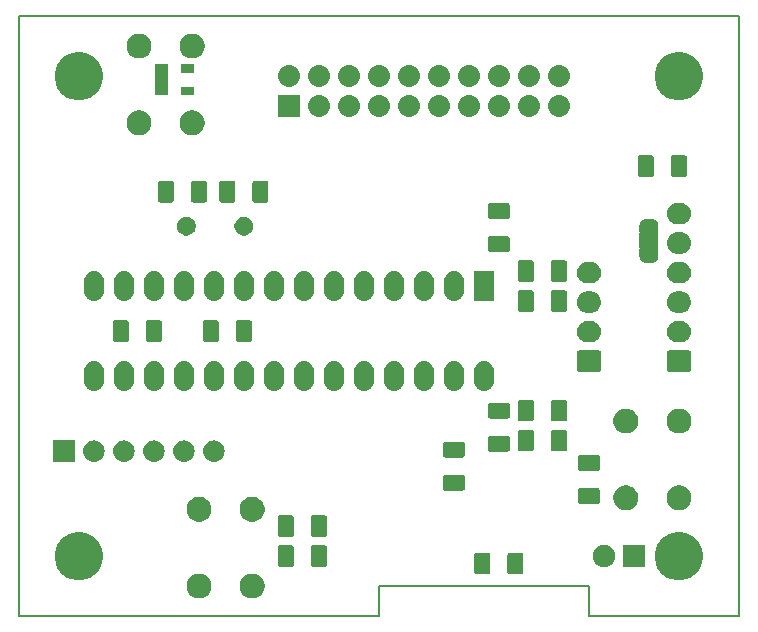
<source format=gbr>
G04 #@! TF.GenerationSoftware,KiCad,Pcbnew,5.0.2-bee76a0~70~ubuntu18.04.1*
G04 #@! TF.CreationDate,2019-02-21T11:42:00+01:00*
G04 #@! TF.ProjectId,PCB_Control,5043425f-436f-46e7-9472-6f6c2e6b6963,rev?*
G04 #@! TF.SameCoordinates,Original*
G04 #@! TF.FileFunction,Soldermask,Bot*
G04 #@! TF.FilePolarity,Negative*
%FSLAX46Y46*%
G04 Gerber Fmt 4.6, Leading zero omitted, Abs format (unit mm)*
G04 Created by KiCad (PCBNEW 5.0.2-bee76a0~70~ubuntu18.04.1) date jeu. 21 févr. 2019 11:42:00 CET*
%MOMM*%
%LPD*%
G01*
G04 APERTURE LIST*
%ADD10C,0.150000*%
G04 APERTURE END LIST*
D10*
X177800000Y-119380000D02*
X177800000Y-116840000D01*
X195580000Y-119380000D02*
X208280000Y-119380000D01*
X195580000Y-116840000D02*
X195580000Y-119380000D01*
X177800000Y-116840000D02*
X195580000Y-116840000D01*
X147320000Y-119380000D02*
X177800000Y-119380000D01*
X147320000Y-119380000D02*
X147320000Y-68580000D01*
X147320000Y-68580000D02*
X208280000Y-68580000D01*
X208280000Y-68580000D02*
X208280000Y-119380000D01*
G36*
X167366565Y-115829389D02*
X167557834Y-115908615D01*
X167729976Y-116023637D01*
X167876363Y-116170024D01*
X167991385Y-116342166D01*
X168070611Y-116533435D01*
X168111000Y-116736484D01*
X168111000Y-116943516D01*
X168070611Y-117146565D01*
X167991385Y-117337834D01*
X167876363Y-117509976D01*
X167729976Y-117656363D01*
X167557834Y-117771385D01*
X167366565Y-117850611D01*
X167163516Y-117891000D01*
X166956484Y-117891000D01*
X166753435Y-117850611D01*
X166562166Y-117771385D01*
X166390024Y-117656363D01*
X166243637Y-117509976D01*
X166128615Y-117337834D01*
X166049389Y-117146565D01*
X166009000Y-116943516D01*
X166009000Y-116736484D01*
X166049389Y-116533435D01*
X166128615Y-116342166D01*
X166243637Y-116170024D01*
X166390024Y-116023637D01*
X166562166Y-115908615D01*
X166753435Y-115829389D01*
X166956484Y-115789000D01*
X167163516Y-115789000D01*
X167366565Y-115829389D01*
X167366565Y-115829389D01*
G37*
G36*
X162866565Y-115829389D02*
X163057834Y-115908615D01*
X163229976Y-116023637D01*
X163376363Y-116170024D01*
X163491385Y-116342166D01*
X163570611Y-116533435D01*
X163611000Y-116736484D01*
X163611000Y-116943516D01*
X163570611Y-117146565D01*
X163491385Y-117337834D01*
X163376363Y-117509976D01*
X163229976Y-117656363D01*
X163057834Y-117771385D01*
X162866565Y-117850611D01*
X162663516Y-117891000D01*
X162456484Y-117891000D01*
X162253435Y-117850611D01*
X162062166Y-117771385D01*
X161890024Y-117656363D01*
X161743637Y-117509976D01*
X161628615Y-117337834D01*
X161549389Y-117146565D01*
X161509000Y-116943516D01*
X161509000Y-116736484D01*
X161549389Y-116533435D01*
X161628615Y-116342166D01*
X161743637Y-116170024D01*
X161890024Y-116023637D01*
X162062166Y-115908615D01*
X162253435Y-115829389D01*
X162456484Y-115789000D01*
X162663516Y-115789000D01*
X162866565Y-115829389D01*
X162866565Y-115829389D01*
G37*
G36*
X152998252Y-112327818D02*
X152998254Y-112327819D01*
X152998255Y-112327819D01*
X153371513Y-112482427D01*
X153495309Y-112565145D01*
X153707439Y-112706886D01*
X153993114Y-112992561D01*
X153993116Y-112992564D01*
X154217573Y-113328487D01*
X154368879Y-113693773D01*
X154372182Y-113701748D01*
X154450639Y-114096180D01*
X154451000Y-114097994D01*
X154451000Y-114502006D01*
X154372181Y-114898255D01*
X154217573Y-115271513D01*
X154217572Y-115271514D01*
X153993114Y-115607439D01*
X153707439Y-115893114D01*
X153707436Y-115893116D01*
X153371513Y-116117573D01*
X152998255Y-116272181D01*
X152998254Y-116272181D01*
X152998252Y-116272182D01*
X152602007Y-116351000D01*
X152197993Y-116351000D01*
X151801748Y-116272182D01*
X151801746Y-116272181D01*
X151801745Y-116272181D01*
X151428487Y-116117573D01*
X151092564Y-115893116D01*
X151092561Y-115893114D01*
X150806886Y-115607439D01*
X150582428Y-115271514D01*
X150582427Y-115271513D01*
X150427819Y-114898255D01*
X150349000Y-114502006D01*
X150349000Y-114097994D01*
X150349361Y-114096180D01*
X150427818Y-113701748D01*
X150431121Y-113693773D01*
X150582427Y-113328487D01*
X150806884Y-112992564D01*
X150806886Y-112992561D01*
X151092561Y-112706886D01*
X151304691Y-112565145D01*
X151428487Y-112482427D01*
X151801745Y-112327819D01*
X151801746Y-112327819D01*
X151801748Y-112327818D01*
X152197993Y-112249000D01*
X152602007Y-112249000D01*
X152998252Y-112327818D01*
X152998252Y-112327818D01*
G37*
G36*
X203798252Y-112327818D02*
X203798254Y-112327819D01*
X203798255Y-112327819D01*
X204171513Y-112482427D01*
X204295309Y-112565145D01*
X204507439Y-112706886D01*
X204793114Y-112992561D01*
X204793116Y-112992564D01*
X205017573Y-113328487D01*
X205168879Y-113693773D01*
X205172182Y-113701748D01*
X205250639Y-114096180D01*
X205251000Y-114097994D01*
X205251000Y-114502006D01*
X205172181Y-114898255D01*
X205017573Y-115271513D01*
X205017572Y-115271514D01*
X204793114Y-115607439D01*
X204507439Y-115893114D01*
X204507436Y-115893116D01*
X204171513Y-116117573D01*
X203798255Y-116272181D01*
X203798254Y-116272181D01*
X203798252Y-116272182D01*
X203402007Y-116351000D01*
X202997993Y-116351000D01*
X202601748Y-116272182D01*
X202601746Y-116272181D01*
X202601745Y-116272181D01*
X202228487Y-116117573D01*
X201892564Y-115893116D01*
X201892561Y-115893114D01*
X201606886Y-115607439D01*
X201382428Y-115271514D01*
X201382427Y-115271513D01*
X201227819Y-114898255D01*
X201149000Y-114502006D01*
X201149000Y-114097994D01*
X201149361Y-114096180D01*
X201227818Y-113701748D01*
X201231121Y-113693773D01*
X201382427Y-113328487D01*
X201606884Y-112992564D01*
X201606886Y-112992561D01*
X201892561Y-112706886D01*
X202104691Y-112565145D01*
X202228487Y-112482427D01*
X202601745Y-112327819D01*
X202601746Y-112327819D01*
X202601748Y-112327818D01*
X202997993Y-112249000D01*
X203402007Y-112249000D01*
X203798252Y-112327818D01*
X203798252Y-112327818D01*
G37*
G36*
X187078604Y-114013347D02*
X187115145Y-114024432D01*
X187148820Y-114042431D01*
X187178341Y-114066659D01*
X187202569Y-114096180D01*
X187220568Y-114129855D01*
X187231653Y-114166396D01*
X187236000Y-114210538D01*
X187236000Y-115659462D01*
X187231653Y-115703604D01*
X187220568Y-115740145D01*
X187202569Y-115773820D01*
X187178341Y-115803341D01*
X187148820Y-115827569D01*
X187115145Y-115845568D01*
X187078604Y-115856653D01*
X187034462Y-115861000D01*
X186085538Y-115861000D01*
X186041396Y-115856653D01*
X186004855Y-115845568D01*
X185971180Y-115827569D01*
X185941659Y-115803341D01*
X185917431Y-115773820D01*
X185899432Y-115740145D01*
X185888347Y-115703604D01*
X185884000Y-115659462D01*
X185884000Y-114210538D01*
X185888347Y-114166396D01*
X185899432Y-114129855D01*
X185917431Y-114096180D01*
X185941659Y-114066659D01*
X185971180Y-114042431D01*
X186004855Y-114024432D01*
X186041396Y-114013347D01*
X186085538Y-114009000D01*
X187034462Y-114009000D01*
X187078604Y-114013347D01*
X187078604Y-114013347D01*
G37*
G36*
X189878604Y-114013347D02*
X189915145Y-114024432D01*
X189948820Y-114042431D01*
X189978341Y-114066659D01*
X190002569Y-114096180D01*
X190020568Y-114129855D01*
X190031653Y-114166396D01*
X190036000Y-114210538D01*
X190036000Y-115659462D01*
X190031653Y-115703604D01*
X190020568Y-115740145D01*
X190002569Y-115773820D01*
X189978341Y-115803341D01*
X189948820Y-115827569D01*
X189915145Y-115845568D01*
X189878604Y-115856653D01*
X189834462Y-115861000D01*
X188885538Y-115861000D01*
X188841396Y-115856653D01*
X188804855Y-115845568D01*
X188771180Y-115827569D01*
X188741659Y-115803341D01*
X188717431Y-115773820D01*
X188699432Y-115740145D01*
X188688347Y-115703604D01*
X188684000Y-115659462D01*
X188684000Y-114210538D01*
X188688347Y-114166396D01*
X188699432Y-114129855D01*
X188717431Y-114096180D01*
X188741659Y-114066659D01*
X188771180Y-114042431D01*
X188804855Y-114024432D01*
X188841396Y-114013347D01*
X188885538Y-114009000D01*
X189834462Y-114009000D01*
X189878604Y-114013347D01*
X189878604Y-114013347D01*
G37*
G36*
X197127396Y-113385546D02*
X197300466Y-113457234D01*
X197456230Y-113561312D01*
X197588688Y-113693770D01*
X197692766Y-113849534D01*
X197764454Y-114022604D01*
X197801000Y-114206333D01*
X197801000Y-114393667D01*
X197764454Y-114577396D01*
X197692766Y-114750466D01*
X197588688Y-114906230D01*
X197456230Y-115038688D01*
X197300466Y-115142766D01*
X197127396Y-115214454D01*
X196943667Y-115251000D01*
X196756333Y-115251000D01*
X196572604Y-115214454D01*
X196399534Y-115142766D01*
X196243770Y-115038688D01*
X196111312Y-114906230D01*
X196007234Y-114750466D01*
X195935546Y-114577396D01*
X195899000Y-114393667D01*
X195899000Y-114206333D01*
X195935546Y-114022604D01*
X196007234Y-113849534D01*
X196111312Y-113693770D01*
X196243770Y-113561312D01*
X196399534Y-113457234D01*
X196572604Y-113385546D01*
X196756333Y-113349000D01*
X196943667Y-113349000D01*
X197127396Y-113385546D01*
X197127396Y-113385546D01*
G37*
G36*
X200341000Y-115251000D02*
X198439000Y-115251000D01*
X198439000Y-113349000D01*
X200341000Y-113349000D01*
X200341000Y-115251000D01*
X200341000Y-115251000D01*
G37*
G36*
X170438604Y-113378347D02*
X170475145Y-113389432D01*
X170508820Y-113407431D01*
X170538341Y-113431659D01*
X170562569Y-113461180D01*
X170580568Y-113494855D01*
X170591653Y-113531396D01*
X170596000Y-113575538D01*
X170596000Y-115024462D01*
X170591653Y-115068604D01*
X170580568Y-115105145D01*
X170562569Y-115138820D01*
X170538341Y-115168341D01*
X170508820Y-115192569D01*
X170475145Y-115210568D01*
X170438604Y-115221653D01*
X170394462Y-115226000D01*
X169445538Y-115226000D01*
X169401396Y-115221653D01*
X169364855Y-115210568D01*
X169331180Y-115192569D01*
X169301659Y-115168341D01*
X169277431Y-115138820D01*
X169259432Y-115105145D01*
X169248347Y-115068604D01*
X169244000Y-115024462D01*
X169244000Y-113575538D01*
X169248347Y-113531396D01*
X169259432Y-113494855D01*
X169277431Y-113461180D01*
X169301659Y-113431659D01*
X169331180Y-113407431D01*
X169364855Y-113389432D01*
X169401396Y-113378347D01*
X169445538Y-113374000D01*
X170394462Y-113374000D01*
X170438604Y-113378347D01*
X170438604Y-113378347D01*
G37*
G36*
X173238604Y-113378347D02*
X173275145Y-113389432D01*
X173308820Y-113407431D01*
X173338341Y-113431659D01*
X173362569Y-113461180D01*
X173380568Y-113494855D01*
X173391653Y-113531396D01*
X173396000Y-113575538D01*
X173396000Y-115024462D01*
X173391653Y-115068604D01*
X173380568Y-115105145D01*
X173362569Y-115138820D01*
X173338341Y-115168341D01*
X173308820Y-115192569D01*
X173275145Y-115210568D01*
X173238604Y-115221653D01*
X173194462Y-115226000D01*
X172245538Y-115226000D01*
X172201396Y-115221653D01*
X172164855Y-115210568D01*
X172131180Y-115192569D01*
X172101659Y-115168341D01*
X172077431Y-115138820D01*
X172059432Y-115105145D01*
X172048347Y-115068604D01*
X172044000Y-115024462D01*
X172044000Y-113575538D01*
X172048347Y-113531396D01*
X172059432Y-113494855D01*
X172077431Y-113461180D01*
X172101659Y-113431659D01*
X172131180Y-113407431D01*
X172164855Y-113389432D01*
X172201396Y-113378347D01*
X172245538Y-113374000D01*
X173194462Y-113374000D01*
X173238604Y-113378347D01*
X173238604Y-113378347D01*
G37*
G36*
X173238604Y-110838347D02*
X173275145Y-110849432D01*
X173308820Y-110867431D01*
X173338341Y-110891659D01*
X173362569Y-110921180D01*
X173380568Y-110954855D01*
X173391653Y-110991396D01*
X173396000Y-111035538D01*
X173396000Y-112484462D01*
X173391653Y-112528604D01*
X173380568Y-112565145D01*
X173362569Y-112598820D01*
X173338341Y-112628341D01*
X173308820Y-112652569D01*
X173275145Y-112670568D01*
X173238604Y-112681653D01*
X173194462Y-112686000D01*
X172245538Y-112686000D01*
X172201396Y-112681653D01*
X172164855Y-112670568D01*
X172131180Y-112652569D01*
X172101659Y-112628341D01*
X172077431Y-112598820D01*
X172059432Y-112565145D01*
X172048347Y-112528604D01*
X172044000Y-112484462D01*
X172044000Y-111035538D01*
X172048347Y-110991396D01*
X172059432Y-110954855D01*
X172077431Y-110921180D01*
X172101659Y-110891659D01*
X172131180Y-110867431D01*
X172164855Y-110849432D01*
X172201396Y-110838347D01*
X172245538Y-110834000D01*
X173194462Y-110834000D01*
X173238604Y-110838347D01*
X173238604Y-110838347D01*
G37*
G36*
X170438604Y-110838347D02*
X170475145Y-110849432D01*
X170508820Y-110867431D01*
X170538341Y-110891659D01*
X170562569Y-110921180D01*
X170580568Y-110954855D01*
X170591653Y-110991396D01*
X170596000Y-111035538D01*
X170596000Y-112484462D01*
X170591653Y-112528604D01*
X170580568Y-112565145D01*
X170562569Y-112598820D01*
X170538341Y-112628341D01*
X170508820Y-112652569D01*
X170475145Y-112670568D01*
X170438604Y-112681653D01*
X170394462Y-112686000D01*
X169445538Y-112686000D01*
X169401396Y-112681653D01*
X169364855Y-112670568D01*
X169331180Y-112652569D01*
X169301659Y-112628341D01*
X169277431Y-112598820D01*
X169259432Y-112565145D01*
X169248347Y-112528604D01*
X169244000Y-112484462D01*
X169244000Y-111035538D01*
X169248347Y-110991396D01*
X169259432Y-110954855D01*
X169277431Y-110921180D01*
X169301659Y-110891659D01*
X169331180Y-110867431D01*
X169364855Y-110849432D01*
X169401396Y-110838347D01*
X169445538Y-110834000D01*
X170394462Y-110834000D01*
X170438604Y-110838347D01*
X170438604Y-110838347D01*
G37*
G36*
X167366565Y-109329389D02*
X167557834Y-109408615D01*
X167729976Y-109523637D01*
X167876363Y-109670024D01*
X167991385Y-109842166D01*
X168070611Y-110033435D01*
X168111000Y-110236484D01*
X168111000Y-110443516D01*
X168070611Y-110646565D01*
X167991385Y-110837834D01*
X167876363Y-111009976D01*
X167729976Y-111156363D01*
X167557834Y-111271385D01*
X167366565Y-111350611D01*
X167163516Y-111391000D01*
X166956484Y-111391000D01*
X166753435Y-111350611D01*
X166562166Y-111271385D01*
X166390024Y-111156363D01*
X166243637Y-111009976D01*
X166128615Y-110837834D01*
X166049389Y-110646565D01*
X166009000Y-110443516D01*
X166009000Y-110236484D01*
X166049389Y-110033435D01*
X166128615Y-109842166D01*
X166243637Y-109670024D01*
X166390024Y-109523637D01*
X166562166Y-109408615D01*
X166753435Y-109329389D01*
X166956484Y-109289000D01*
X167163516Y-109289000D01*
X167366565Y-109329389D01*
X167366565Y-109329389D01*
G37*
G36*
X162866565Y-109329389D02*
X163057834Y-109408615D01*
X163229976Y-109523637D01*
X163376363Y-109670024D01*
X163491385Y-109842166D01*
X163570611Y-110033435D01*
X163611000Y-110236484D01*
X163611000Y-110443516D01*
X163570611Y-110646565D01*
X163491385Y-110837834D01*
X163376363Y-111009976D01*
X163229976Y-111156363D01*
X163057834Y-111271385D01*
X162866565Y-111350611D01*
X162663516Y-111391000D01*
X162456484Y-111391000D01*
X162253435Y-111350611D01*
X162062166Y-111271385D01*
X161890024Y-111156363D01*
X161743637Y-111009976D01*
X161628615Y-110837834D01*
X161549389Y-110646565D01*
X161509000Y-110443516D01*
X161509000Y-110236484D01*
X161549389Y-110033435D01*
X161628615Y-109842166D01*
X161743637Y-109670024D01*
X161890024Y-109523637D01*
X162062166Y-109408615D01*
X162253435Y-109329389D01*
X162456484Y-109289000D01*
X162663516Y-109289000D01*
X162866565Y-109329389D01*
X162866565Y-109329389D01*
G37*
G36*
X203506565Y-108359389D02*
X203697834Y-108438615D01*
X203869976Y-108553637D01*
X204016363Y-108700024D01*
X204131385Y-108872166D01*
X204210611Y-109063435D01*
X204251000Y-109266484D01*
X204251000Y-109473516D01*
X204210611Y-109676565D01*
X204131385Y-109867834D01*
X204016363Y-110039976D01*
X203869976Y-110186363D01*
X203697834Y-110301385D01*
X203506565Y-110380611D01*
X203303516Y-110421000D01*
X203096484Y-110421000D01*
X202893435Y-110380611D01*
X202702166Y-110301385D01*
X202530024Y-110186363D01*
X202383637Y-110039976D01*
X202268615Y-109867834D01*
X202189389Y-109676565D01*
X202149000Y-109473516D01*
X202149000Y-109266484D01*
X202189389Y-109063435D01*
X202268615Y-108872166D01*
X202383637Y-108700024D01*
X202530024Y-108553637D01*
X202702166Y-108438615D01*
X202893435Y-108359389D01*
X203096484Y-108319000D01*
X203303516Y-108319000D01*
X203506565Y-108359389D01*
X203506565Y-108359389D01*
G37*
G36*
X199006565Y-108359389D02*
X199197834Y-108438615D01*
X199369976Y-108553637D01*
X199516363Y-108700024D01*
X199631385Y-108872166D01*
X199710611Y-109063435D01*
X199751000Y-109266484D01*
X199751000Y-109473516D01*
X199710611Y-109676565D01*
X199631385Y-109867834D01*
X199516363Y-110039976D01*
X199369976Y-110186363D01*
X199197834Y-110301385D01*
X199006565Y-110380611D01*
X198803516Y-110421000D01*
X198596484Y-110421000D01*
X198393435Y-110380611D01*
X198202166Y-110301385D01*
X198030024Y-110186363D01*
X197883637Y-110039976D01*
X197768615Y-109867834D01*
X197689389Y-109676565D01*
X197649000Y-109473516D01*
X197649000Y-109266484D01*
X197689389Y-109063435D01*
X197768615Y-108872166D01*
X197883637Y-108700024D01*
X198030024Y-108553637D01*
X198202166Y-108438615D01*
X198393435Y-108359389D01*
X198596484Y-108319000D01*
X198803516Y-108319000D01*
X199006565Y-108359389D01*
X199006565Y-108359389D01*
G37*
G36*
X196348604Y-108548347D02*
X196385145Y-108559432D01*
X196418820Y-108577431D01*
X196448341Y-108601659D01*
X196472569Y-108631180D01*
X196490568Y-108664855D01*
X196501653Y-108701396D01*
X196506000Y-108745538D01*
X196506000Y-109694462D01*
X196501653Y-109738604D01*
X196490568Y-109775145D01*
X196472569Y-109808820D01*
X196448341Y-109838341D01*
X196418820Y-109862569D01*
X196385145Y-109880568D01*
X196348604Y-109891653D01*
X196304462Y-109896000D01*
X194855538Y-109896000D01*
X194811396Y-109891653D01*
X194774855Y-109880568D01*
X194741180Y-109862569D01*
X194711659Y-109838341D01*
X194687431Y-109808820D01*
X194669432Y-109775145D01*
X194658347Y-109738604D01*
X194654000Y-109694462D01*
X194654000Y-108745538D01*
X194658347Y-108701396D01*
X194669432Y-108664855D01*
X194687431Y-108631180D01*
X194711659Y-108601659D01*
X194741180Y-108577431D01*
X194774855Y-108559432D01*
X194811396Y-108548347D01*
X194855538Y-108544000D01*
X196304462Y-108544000D01*
X196348604Y-108548347D01*
X196348604Y-108548347D01*
G37*
G36*
X184918604Y-107408347D02*
X184955145Y-107419432D01*
X184988820Y-107437431D01*
X185018341Y-107461659D01*
X185042569Y-107491180D01*
X185060568Y-107524855D01*
X185071653Y-107561396D01*
X185076000Y-107605538D01*
X185076000Y-108554462D01*
X185071653Y-108598604D01*
X185060568Y-108635145D01*
X185042569Y-108668820D01*
X185018341Y-108698341D01*
X184988820Y-108722569D01*
X184955145Y-108740568D01*
X184918604Y-108751653D01*
X184874462Y-108756000D01*
X183425538Y-108756000D01*
X183381396Y-108751653D01*
X183344855Y-108740568D01*
X183311180Y-108722569D01*
X183281659Y-108698341D01*
X183257431Y-108668820D01*
X183239432Y-108635145D01*
X183228347Y-108598604D01*
X183224000Y-108554462D01*
X183224000Y-107605538D01*
X183228347Y-107561396D01*
X183239432Y-107524855D01*
X183257431Y-107491180D01*
X183281659Y-107461659D01*
X183311180Y-107437431D01*
X183344855Y-107419432D01*
X183381396Y-107408347D01*
X183425538Y-107404000D01*
X184874462Y-107404000D01*
X184918604Y-107408347D01*
X184918604Y-107408347D01*
G37*
G36*
X196348604Y-105748347D02*
X196385145Y-105759432D01*
X196418820Y-105777431D01*
X196448341Y-105801659D01*
X196472569Y-105831180D01*
X196490568Y-105864855D01*
X196501653Y-105901396D01*
X196506000Y-105945538D01*
X196506000Y-106894462D01*
X196501653Y-106938604D01*
X196490568Y-106975145D01*
X196472569Y-107008820D01*
X196448341Y-107038341D01*
X196418820Y-107062569D01*
X196385145Y-107080568D01*
X196348604Y-107091653D01*
X196304462Y-107096000D01*
X194855538Y-107096000D01*
X194811396Y-107091653D01*
X194774855Y-107080568D01*
X194741180Y-107062569D01*
X194711659Y-107038341D01*
X194687431Y-107008820D01*
X194669432Y-106975145D01*
X194658347Y-106938604D01*
X194654000Y-106894462D01*
X194654000Y-105945538D01*
X194658347Y-105901396D01*
X194669432Y-105864855D01*
X194687431Y-105831180D01*
X194711659Y-105801659D01*
X194741180Y-105777431D01*
X194774855Y-105759432D01*
X194811396Y-105748347D01*
X194855538Y-105744000D01*
X196304462Y-105744000D01*
X196348604Y-105748347D01*
X196348604Y-105748347D01*
G37*
G36*
X163940443Y-104515519D02*
X164006627Y-104522037D01*
X164119853Y-104556384D01*
X164176467Y-104573557D01*
X164295965Y-104637431D01*
X164332991Y-104657222D01*
X164338397Y-104661659D01*
X164470186Y-104769814D01*
X164512724Y-104821648D01*
X164582778Y-104907009D01*
X164582779Y-104907011D01*
X164666443Y-105063533D01*
X164666443Y-105063534D01*
X164717963Y-105233373D01*
X164735359Y-105410000D01*
X164717963Y-105586627D01*
X164687940Y-105685600D01*
X164666443Y-105756467D01*
X164606388Y-105868820D01*
X164582778Y-105912991D01*
X164574917Y-105922569D01*
X164470186Y-106050186D01*
X164368729Y-106133448D01*
X164332991Y-106162778D01*
X164332989Y-106162779D01*
X164176467Y-106246443D01*
X164119853Y-106263616D01*
X164006627Y-106297963D01*
X163940442Y-106304482D01*
X163874260Y-106311000D01*
X163785740Y-106311000D01*
X163719558Y-106304482D01*
X163653373Y-106297963D01*
X163540147Y-106263616D01*
X163483533Y-106246443D01*
X163327011Y-106162779D01*
X163327009Y-106162778D01*
X163291271Y-106133448D01*
X163189814Y-106050186D01*
X163085083Y-105922569D01*
X163077222Y-105912991D01*
X163053612Y-105868820D01*
X162993557Y-105756467D01*
X162972060Y-105685600D01*
X162942037Y-105586627D01*
X162924641Y-105410000D01*
X162942037Y-105233373D01*
X162993557Y-105063534D01*
X162993557Y-105063533D01*
X163077221Y-104907011D01*
X163077222Y-104907009D01*
X163147276Y-104821648D01*
X163189814Y-104769814D01*
X163321603Y-104661659D01*
X163327009Y-104657222D01*
X163364035Y-104637431D01*
X163483533Y-104573557D01*
X163540147Y-104556384D01*
X163653373Y-104522037D01*
X163719557Y-104515519D01*
X163785740Y-104509000D01*
X163874260Y-104509000D01*
X163940443Y-104515519D01*
X163940443Y-104515519D01*
G37*
G36*
X161400443Y-104515519D02*
X161466627Y-104522037D01*
X161579853Y-104556384D01*
X161636467Y-104573557D01*
X161755965Y-104637431D01*
X161792991Y-104657222D01*
X161798397Y-104661659D01*
X161930186Y-104769814D01*
X161972724Y-104821648D01*
X162042778Y-104907009D01*
X162042779Y-104907011D01*
X162126443Y-105063533D01*
X162126443Y-105063534D01*
X162177963Y-105233373D01*
X162195359Y-105410000D01*
X162177963Y-105586627D01*
X162147940Y-105685600D01*
X162126443Y-105756467D01*
X162066388Y-105868820D01*
X162042778Y-105912991D01*
X162034917Y-105922569D01*
X161930186Y-106050186D01*
X161828729Y-106133448D01*
X161792991Y-106162778D01*
X161792989Y-106162779D01*
X161636467Y-106246443D01*
X161579853Y-106263616D01*
X161466627Y-106297963D01*
X161400442Y-106304482D01*
X161334260Y-106311000D01*
X161245740Y-106311000D01*
X161179558Y-106304482D01*
X161113373Y-106297963D01*
X161000147Y-106263616D01*
X160943533Y-106246443D01*
X160787011Y-106162779D01*
X160787009Y-106162778D01*
X160751271Y-106133448D01*
X160649814Y-106050186D01*
X160545083Y-105922569D01*
X160537222Y-105912991D01*
X160513612Y-105868820D01*
X160453557Y-105756467D01*
X160432060Y-105685600D01*
X160402037Y-105586627D01*
X160384641Y-105410000D01*
X160402037Y-105233373D01*
X160453557Y-105063534D01*
X160453557Y-105063533D01*
X160537221Y-104907011D01*
X160537222Y-104907009D01*
X160607276Y-104821648D01*
X160649814Y-104769814D01*
X160781603Y-104661659D01*
X160787009Y-104657222D01*
X160824035Y-104637431D01*
X160943533Y-104573557D01*
X161000147Y-104556384D01*
X161113373Y-104522037D01*
X161179557Y-104515519D01*
X161245740Y-104509000D01*
X161334260Y-104509000D01*
X161400443Y-104515519D01*
X161400443Y-104515519D01*
G37*
G36*
X158860443Y-104515519D02*
X158926627Y-104522037D01*
X159039853Y-104556384D01*
X159096467Y-104573557D01*
X159215965Y-104637431D01*
X159252991Y-104657222D01*
X159258397Y-104661659D01*
X159390186Y-104769814D01*
X159432724Y-104821648D01*
X159502778Y-104907009D01*
X159502779Y-104907011D01*
X159586443Y-105063533D01*
X159586443Y-105063534D01*
X159637963Y-105233373D01*
X159655359Y-105410000D01*
X159637963Y-105586627D01*
X159607940Y-105685600D01*
X159586443Y-105756467D01*
X159526388Y-105868820D01*
X159502778Y-105912991D01*
X159494917Y-105922569D01*
X159390186Y-106050186D01*
X159288729Y-106133448D01*
X159252991Y-106162778D01*
X159252989Y-106162779D01*
X159096467Y-106246443D01*
X159039853Y-106263616D01*
X158926627Y-106297963D01*
X158860442Y-106304482D01*
X158794260Y-106311000D01*
X158705740Y-106311000D01*
X158639558Y-106304482D01*
X158573373Y-106297963D01*
X158460147Y-106263616D01*
X158403533Y-106246443D01*
X158247011Y-106162779D01*
X158247009Y-106162778D01*
X158211271Y-106133448D01*
X158109814Y-106050186D01*
X158005083Y-105922569D01*
X157997222Y-105912991D01*
X157973612Y-105868820D01*
X157913557Y-105756467D01*
X157892060Y-105685600D01*
X157862037Y-105586627D01*
X157844641Y-105410000D01*
X157862037Y-105233373D01*
X157913557Y-105063534D01*
X157913557Y-105063533D01*
X157997221Y-104907011D01*
X157997222Y-104907009D01*
X158067276Y-104821648D01*
X158109814Y-104769814D01*
X158241603Y-104661659D01*
X158247009Y-104657222D01*
X158284035Y-104637431D01*
X158403533Y-104573557D01*
X158460147Y-104556384D01*
X158573373Y-104522037D01*
X158639557Y-104515519D01*
X158705740Y-104509000D01*
X158794260Y-104509000D01*
X158860443Y-104515519D01*
X158860443Y-104515519D01*
G37*
G36*
X152031000Y-106311000D02*
X150229000Y-106311000D01*
X150229000Y-104509000D01*
X152031000Y-104509000D01*
X152031000Y-106311000D01*
X152031000Y-106311000D01*
G37*
G36*
X156320443Y-104515519D02*
X156386627Y-104522037D01*
X156499853Y-104556384D01*
X156556467Y-104573557D01*
X156675965Y-104637431D01*
X156712991Y-104657222D01*
X156718397Y-104661659D01*
X156850186Y-104769814D01*
X156892724Y-104821648D01*
X156962778Y-104907009D01*
X156962779Y-104907011D01*
X157046443Y-105063533D01*
X157046443Y-105063534D01*
X157097963Y-105233373D01*
X157115359Y-105410000D01*
X157097963Y-105586627D01*
X157067940Y-105685600D01*
X157046443Y-105756467D01*
X156986388Y-105868820D01*
X156962778Y-105912991D01*
X156954917Y-105922569D01*
X156850186Y-106050186D01*
X156748729Y-106133448D01*
X156712991Y-106162778D01*
X156712989Y-106162779D01*
X156556467Y-106246443D01*
X156499853Y-106263616D01*
X156386627Y-106297963D01*
X156320442Y-106304482D01*
X156254260Y-106311000D01*
X156165740Y-106311000D01*
X156099558Y-106304482D01*
X156033373Y-106297963D01*
X155920147Y-106263616D01*
X155863533Y-106246443D01*
X155707011Y-106162779D01*
X155707009Y-106162778D01*
X155671271Y-106133448D01*
X155569814Y-106050186D01*
X155465083Y-105922569D01*
X155457222Y-105912991D01*
X155433612Y-105868820D01*
X155373557Y-105756467D01*
X155352060Y-105685600D01*
X155322037Y-105586627D01*
X155304641Y-105410000D01*
X155322037Y-105233373D01*
X155373557Y-105063534D01*
X155373557Y-105063533D01*
X155457221Y-104907011D01*
X155457222Y-104907009D01*
X155527276Y-104821648D01*
X155569814Y-104769814D01*
X155701603Y-104661659D01*
X155707009Y-104657222D01*
X155744035Y-104637431D01*
X155863533Y-104573557D01*
X155920147Y-104556384D01*
X156033373Y-104522037D01*
X156099557Y-104515519D01*
X156165740Y-104509000D01*
X156254260Y-104509000D01*
X156320443Y-104515519D01*
X156320443Y-104515519D01*
G37*
G36*
X153780443Y-104515519D02*
X153846627Y-104522037D01*
X153959853Y-104556384D01*
X154016467Y-104573557D01*
X154135965Y-104637431D01*
X154172991Y-104657222D01*
X154178397Y-104661659D01*
X154310186Y-104769814D01*
X154352724Y-104821648D01*
X154422778Y-104907009D01*
X154422779Y-104907011D01*
X154506443Y-105063533D01*
X154506443Y-105063534D01*
X154557963Y-105233373D01*
X154575359Y-105410000D01*
X154557963Y-105586627D01*
X154527940Y-105685600D01*
X154506443Y-105756467D01*
X154446388Y-105868820D01*
X154422778Y-105912991D01*
X154414917Y-105922569D01*
X154310186Y-106050186D01*
X154208729Y-106133448D01*
X154172991Y-106162778D01*
X154172989Y-106162779D01*
X154016467Y-106246443D01*
X153959853Y-106263616D01*
X153846627Y-106297963D01*
X153780442Y-106304482D01*
X153714260Y-106311000D01*
X153625740Y-106311000D01*
X153559558Y-106304482D01*
X153493373Y-106297963D01*
X153380147Y-106263616D01*
X153323533Y-106246443D01*
X153167011Y-106162779D01*
X153167009Y-106162778D01*
X153131271Y-106133448D01*
X153029814Y-106050186D01*
X152925083Y-105922569D01*
X152917222Y-105912991D01*
X152893612Y-105868820D01*
X152833557Y-105756467D01*
X152812060Y-105685600D01*
X152782037Y-105586627D01*
X152764641Y-105410000D01*
X152782037Y-105233373D01*
X152833557Y-105063534D01*
X152833557Y-105063533D01*
X152917221Y-104907011D01*
X152917222Y-104907009D01*
X152987276Y-104821648D01*
X153029814Y-104769814D01*
X153161603Y-104661659D01*
X153167009Y-104657222D01*
X153204035Y-104637431D01*
X153323533Y-104573557D01*
X153380147Y-104556384D01*
X153493373Y-104522037D01*
X153559557Y-104515519D01*
X153625740Y-104509000D01*
X153714260Y-104509000D01*
X153780443Y-104515519D01*
X153780443Y-104515519D01*
G37*
G36*
X184918604Y-104608347D02*
X184955145Y-104619432D01*
X184988820Y-104637431D01*
X185018341Y-104661659D01*
X185042569Y-104691180D01*
X185060568Y-104724855D01*
X185071653Y-104761396D01*
X185076000Y-104805538D01*
X185076000Y-105754462D01*
X185071653Y-105798604D01*
X185060568Y-105835145D01*
X185042569Y-105868820D01*
X185018341Y-105898341D01*
X184988820Y-105922569D01*
X184955145Y-105940568D01*
X184918604Y-105951653D01*
X184874462Y-105956000D01*
X183425538Y-105956000D01*
X183381396Y-105951653D01*
X183344855Y-105940568D01*
X183311180Y-105922569D01*
X183281659Y-105898341D01*
X183257431Y-105868820D01*
X183239432Y-105835145D01*
X183228347Y-105798604D01*
X183224000Y-105754462D01*
X183224000Y-104805538D01*
X183228347Y-104761396D01*
X183239432Y-104724855D01*
X183257431Y-104691180D01*
X183281659Y-104661659D01*
X183311180Y-104637431D01*
X183344855Y-104619432D01*
X183381396Y-104608347D01*
X183425538Y-104604000D01*
X184874462Y-104604000D01*
X184918604Y-104608347D01*
X184918604Y-104608347D01*
G37*
G36*
X188728604Y-104108347D02*
X188765145Y-104119432D01*
X188798820Y-104137431D01*
X188828341Y-104161659D01*
X188852569Y-104191180D01*
X188870568Y-104224855D01*
X188881653Y-104261396D01*
X188886000Y-104305538D01*
X188886000Y-105254462D01*
X188881653Y-105298604D01*
X188870568Y-105335145D01*
X188852569Y-105368820D01*
X188828341Y-105398341D01*
X188798820Y-105422569D01*
X188765145Y-105440568D01*
X188728604Y-105451653D01*
X188684462Y-105456000D01*
X187235538Y-105456000D01*
X187191396Y-105451653D01*
X187154855Y-105440568D01*
X187121180Y-105422569D01*
X187091659Y-105398341D01*
X187067431Y-105368820D01*
X187049432Y-105335145D01*
X187038347Y-105298604D01*
X187034000Y-105254462D01*
X187034000Y-104305538D01*
X187038347Y-104261396D01*
X187049432Y-104224855D01*
X187067431Y-104191180D01*
X187091659Y-104161659D01*
X187121180Y-104137431D01*
X187154855Y-104119432D01*
X187191396Y-104108347D01*
X187235538Y-104104000D01*
X188684462Y-104104000D01*
X188728604Y-104108347D01*
X188728604Y-104108347D01*
G37*
G36*
X190758604Y-103598347D02*
X190795145Y-103609432D01*
X190828820Y-103627431D01*
X190858341Y-103651659D01*
X190882569Y-103681180D01*
X190900568Y-103714855D01*
X190911653Y-103751396D01*
X190916000Y-103795538D01*
X190916000Y-105244462D01*
X190911653Y-105288604D01*
X190900568Y-105325145D01*
X190882569Y-105358820D01*
X190858341Y-105388341D01*
X190828820Y-105412569D01*
X190795145Y-105430568D01*
X190758604Y-105441653D01*
X190714462Y-105446000D01*
X189765538Y-105446000D01*
X189721396Y-105441653D01*
X189684855Y-105430568D01*
X189651180Y-105412569D01*
X189621659Y-105388341D01*
X189597431Y-105358820D01*
X189579432Y-105325145D01*
X189568347Y-105288604D01*
X189564000Y-105244462D01*
X189564000Y-103795538D01*
X189568347Y-103751396D01*
X189579432Y-103714855D01*
X189597431Y-103681180D01*
X189621659Y-103651659D01*
X189651180Y-103627431D01*
X189684855Y-103609432D01*
X189721396Y-103598347D01*
X189765538Y-103594000D01*
X190714462Y-103594000D01*
X190758604Y-103598347D01*
X190758604Y-103598347D01*
G37*
G36*
X193558604Y-103598347D02*
X193595145Y-103609432D01*
X193628820Y-103627431D01*
X193658341Y-103651659D01*
X193682569Y-103681180D01*
X193700568Y-103714855D01*
X193711653Y-103751396D01*
X193716000Y-103795538D01*
X193716000Y-105244462D01*
X193711653Y-105288604D01*
X193700568Y-105325145D01*
X193682569Y-105358820D01*
X193658341Y-105388341D01*
X193628820Y-105412569D01*
X193595145Y-105430568D01*
X193558604Y-105441653D01*
X193514462Y-105446000D01*
X192565538Y-105446000D01*
X192521396Y-105441653D01*
X192484855Y-105430568D01*
X192451180Y-105412569D01*
X192421659Y-105388341D01*
X192397431Y-105358820D01*
X192379432Y-105325145D01*
X192368347Y-105288604D01*
X192364000Y-105244462D01*
X192364000Y-103795538D01*
X192368347Y-103751396D01*
X192379432Y-103714855D01*
X192397431Y-103681180D01*
X192421659Y-103651659D01*
X192451180Y-103627431D01*
X192484855Y-103609432D01*
X192521396Y-103598347D01*
X192565538Y-103594000D01*
X193514462Y-103594000D01*
X193558604Y-103598347D01*
X193558604Y-103598347D01*
G37*
G36*
X203506565Y-101859389D02*
X203697834Y-101938615D01*
X203869976Y-102053637D01*
X204016363Y-102200024D01*
X204131385Y-102372166D01*
X204210611Y-102563435D01*
X204251000Y-102766484D01*
X204251000Y-102973516D01*
X204210611Y-103176565D01*
X204131385Y-103367834D01*
X204016363Y-103539976D01*
X203869976Y-103686363D01*
X203697834Y-103801385D01*
X203506565Y-103880611D01*
X203303516Y-103921000D01*
X203096484Y-103921000D01*
X202893435Y-103880611D01*
X202702166Y-103801385D01*
X202530024Y-103686363D01*
X202383637Y-103539976D01*
X202268615Y-103367834D01*
X202189389Y-103176565D01*
X202149000Y-102973516D01*
X202149000Y-102766484D01*
X202189389Y-102563435D01*
X202268615Y-102372166D01*
X202383637Y-102200024D01*
X202530024Y-102053637D01*
X202702166Y-101938615D01*
X202893435Y-101859389D01*
X203096484Y-101819000D01*
X203303516Y-101819000D01*
X203506565Y-101859389D01*
X203506565Y-101859389D01*
G37*
G36*
X199006565Y-101859389D02*
X199197834Y-101938615D01*
X199369976Y-102053637D01*
X199516363Y-102200024D01*
X199631385Y-102372166D01*
X199710611Y-102563435D01*
X199751000Y-102766484D01*
X199751000Y-102973516D01*
X199710611Y-103176565D01*
X199631385Y-103367834D01*
X199516363Y-103539976D01*
X199369976Y-103686363D01*
X199197834Y-103801385D01*
X199006565Y-103880611D01*
X198803516Y-103921000D01*
X198596484Y-103921000D01*
X198393435Y-103880611D01*
X198202166Y-103801385D01*
X198030024Y-103686363D01*
X197883637Y-103539976D01*
X197768615Y-103367834D01*
X197689389Y-103176565D01*
X197649000Y-102973516D01*
X197649000Y-102766484D01*
X197689389Y-102563435D01*
X197768615Y-102372166D01*
X197883637Y-102200024D01*
X198030024Y-102053637D01*
X198202166Y-101938615D01*
X198393435Y-101859389D01*
X198596484Y-101819000D01*
X198803516Y-101819000D01*
X199006565Y-101859389D01*
X199006565Y-101859389D01*
G37*
G36*
X193558604Y-101058347D02*
X193595145Y-101069432D01*
X193628820Y-101087431D01*
X193658341Y-101111659D01*
X193682569Y-101141180D01*
X193700568Y-101174855D01*
X193711653Y-101211396D01*
X193716000Y-101255538D01*
X193716000Y-102704462D01*
X193711653Y-102748604D01*
X193700568Y-102785145D01*
X193682569Y-102818820D01*
X193658341Y-102848341D01*
X193628820Y-102872569D01*
X193595145Y-102890568D01*
X193558604Y-102901653D01*
X193514462Y-102906000D01*
X192565538Y-102906000D01*
X192521396Y-102901653D01*
X192484855Y-102890568D01*
X192451180Y-102872569D01*
X192421659Y-102848341D01*
X192397431Y-102818820D01*
X192379432Y-102785145D01*
X192368347Y-102748604D01*
X192364000Y-102704462D01*
X192364000Y-101255538D01*
X192368347Y-101211396D01*
X192379432Y-101174855D01*
X192397431Y-101141180D01*
X192421659Y-101111659D01*
X192451180Y-101087431D01*
X192484855Y-101069432D01*
X192521396Y-101058347D01*
X192565538Y-101054000D01*
X193514462Y-101054000D01*
X193558604Y-101058347D01*
X193558604Y-101058347D01*
G37*
G36*
X190758604Y-101058347D02*
X190795145Y-101069432D01*
X190828820Y-101087431D01*
X190858341Y-101111659D01*
X190882569Y-101141180D01*
X190900568Y-101174855D01*
X190911653Y-101211396D01*
X190916000Y-101255538D01*
X190916000Y-102704462D01*
X190911653Y-102748604D01*
X190900568Y-102785145D01*
X190882569Y-102818820D01*
X190858341Y-102848341D01*
X190828820Y-102872569D01*
X190795145Y-102890568D01*
X190758604Y-102901653D01*
X190714462Y-102906000D01*
X189765538Y-102906000D01*
X189721396Y-102901653D01*
X189684855Y-102890568D01*
X189651180Y-102872569D01*
X189621659Y-102848341D01*
X189597431Y-102818820D01*
X189579432Y-102785145D01*
X189568347Y-102748604D01*
X189564000Y-102704462D01*
X189564000Y-101255538D01*
X189568347Y-101211396D01*
X189579432Y-101174855D01*
X189597431Y-101141180D01*
X189621659Y-101111659D01*
X189651180Y-101087431D01*
X189684855Y-101069432D01*
X189721396Y-101058347D01*
X189765538Y-101054000D01*
X190714462Y-101054000D01*
X190758604Y-101058347D01*
X190758604Y-101058347D01*
G37*
G36*
X188728604Y-101308347D02*
X188765145Y-101319432D01*
X188798820Y-101337431D01*
X188828341Y-101361659D01*
X188852569Y-101391180D01*
X188870568Y-101424855D01*
X188881653Y-101461396D01*
X188886000Y-101505538D01*
X188886000Y-102454462D01*
X188881653Y-102498604D01*
X188870568Y-102535145D01*
X188852569Y-102568820D01*
X188828341Y-102598341D01*
X188798820Y-102622569D01*
X188765145Y-102640568D01*
X188728604Y-102651653D01*
X188684462Y-102656000D01*
X187235538Y-102656000D01*
X187191396Y-102651653D01*
X187154855Y-102640568D01*
X187121180Y-102622569D01*
X187091659Y-102598341D01*
X187067431Y-102568820D01*
X187049432Y-102535145D01*
X187038347Y-102498604D01*
X187034000Y-102454462D01*
X187034000Y-101505538D01*
X187038347Y-101461396D01*
X187049432Y-101424855D01*
X187067431Y-101391180D01*
X187091659Y-101361659D01*
X187121180Y-101337431D01*
X187154855Y-101319432D01*
X187191396Y-101308347D01*
X187235538Y-101304000D01*
X188684462Y-101304000D01*
X188728604Y-101308347D01*
X188728604Y-101308347D01*
G37*
G36*
X171616821Y-97821313D02*
X171616824Y-97821314D01*
X171616825Y-97821314D01*
X171777239Y-97869975D01*
X171777241Y-97869976D01*
X171777244Y-97869977D01*
X171925078Y-97948995D01*
X172054659Y-98055341D01*
X172161005Y-98184922D01*
X172240023Y-98332756D01*
X172240024Y-98332759D01*
X172240025Y-98332761D01*
X172288686Y-98493175D01*
X172288686Y-98493178D01*
X172288687Y-98493180D01*
X172301000Y-98618197D01*
X172301000Y-99501804D01*
X172288687Y-99626821D01*
X172240023Y-99787244D01*
X172161005Y-99935078D01*
X172054659Y-100064659D01*
X171925078Y-100171005D01*
X171777243Y-100250023D01*
X171777240Y-100250024D01*
X171777238Y-100250025D01*
X171616824Y-100298686D01*
X171616823Y-100298686D01*
X171616820Y-100298687D01*
X171450000Y-100315117D01*
X171283179Y-100298687D01*
X171283176Y-100298686D01*
X171283175Y-100298686D01*
X171122761Y-100250025D01*
X171122759Y-100250024D01*
X171122756Y-100250023D01*
X170974922Y-100171005D01*
X170845341Y-100064659D01*
X170738995Y-99935078D01*
X170659977Y-99787243D01*
X170611315Y-99626825D01*
X170611314Y-99626824D01*
X170611314Y-99626823D01*
X170611313Y-99626820D01*
X170599000Y-99501803D01*
X170599000Y-98618197D01*
X170611314Y-98493179D01*
X170616010Y-98477699D01*
X170659976Y-98332761D01*
X170659977Y-98332759D01*
X170659978Y-98332756D01*
X170738996Y-98184922D01*
X170845342Y-98055341D01*
X170974923Y-97948995D01*
X171122757Y-97869977D01*
X171122760Y-97869976D01*
X171122762Y-97869975D01*
X171283176Y-97821314D01*
X171283177Y-97821314D01*
X171283180Y-97821313D01*
X171450000Y-97804883D01*
X171616821Y-97821313D01*
X171616821Y-97821313D01*
G37*
G36*
X186856821Y-97821313D02*
X186856824Y-97821314D01*
X186856825Y-97821314D01*
X187017239Y-97869975D01*
X187017241Y-97869976D01*
X187017244Y-97869977D01*
X187165078Y-97948995D01*
X187294659Y-98055341D01*
X187401005Y-98184922D01*
X187480023Y-98332756D01*
X187480024Y-98332759D01*
X187480025Y-98332761D01*
X187528686Y-98493175D01*
X187528686Y-98493178D01*
X187528687Y-98493180D01*
X187541000Y-98618197D01*
X187541000Y-99501804D01*
X187528687Y-99626821D01*
X187480023Y-99787244D01*
X187401005Y-99935078D01*
X187294659Y-100064659D01*
X187165078Y-100171005D01*
X187017243Y-100250023D01*
X187017240Y-100250024D01*
X187017238Y-100250025D01*
X186856824Y-100298686D01*
X186856823Y-100298686D01*
X186856820Y-100298687D01*
X186690000Y-100315117D01*
X186523179Y-100298687D01*
X186523176Y-100298686D01*
X186523175Y-100298686D01*
X186362761Y-100250025D01*
X186362759Y-100250024D01*
X186362756Y-100250023D01*
X186214922Y-100171005D01*
X186085341Y-100064659D01*
X185978995Y-99935078D01*
X185899977Y-99787243D01*
X185851315Y-99626825D01*
X185851314Y-99626824D01*
X185851314Y-99626823D01*
X185851313Y-99626820D01*
X185839000Y-99501803D01*
X185839000Y-98618197D01*
X185851314Y-98493179D01*
X185856010Y-98477699D01*
X185899976Y-98332761D01*
X185899977Y-98332759D01*
X185899978Y-98332756D01*
X185978996Y-98184922D01*
X186085342Y-98055341D01*
X186214923Y-97948995D01*
X186362757Y-97869977D01*
X186362760Y-97869976D01*
X186362762Y-97869975D01*
X186523176Y-97821314D01*
X186523177Y-97821314D01*
X186523180Y-97821313D01*
X186690000Y-97804883D01*
X186856821Y-97821313D01*
X186856821Y-97821313D01*
G37*
G36*
X184316821Y-97821313D02*
X184316824Y-97821314D01*
X184316825Y-97821314D01*
X184477239Y-97869975D01*
X184477241Y-97869976D01*
X184477244Y-97869977D01*
X184625078Y-97948995D01*
X184754659Y-98055341D01*
X184861005Y-98184922D01*
X184940023Y-98332756D01*
X184940024Y-98332759D01*
X184940025Y-98332761D01*
X184988686Y-98493175D01*
X184988686Y-98493178D01*
X184988687Y-98493180D01*
X185001000Y-98618197D01*
X185001000Y-99501804D01*
X184988687Y-99626821D01*
X184940023Y-99787244D01*
X184861005Y-99935078D01*
X184754659Y-100064659D01*
X184625078Y-100171005D01*
X184477243Y-100250023D01*
X184477240Y-100250024D01*
X184477238Y-100250025D01*
X184316824Y-100298686D01*
X184316823Y-100298686D01*
X184316820Y-100298687D01*
X184150000Y-100315117D01*
X183983179Y-100298687D01*
X183983176Y-100298686D01*
X183983175Y-100298686D01*
X183822761Y-100250025D01*
X183822759Y-100250024D01*
X183822756Y-100250023D01*
X183674922Y-100171005D01*
X183545341Y-100064659D01*
X183438995Y-99935078D01*
X183359977Y-99787243D01*
X183311315Y-99626825D01*
X183311314Y-99626824D01*
X183311314Y-99626823D01*
X183311313Y-99626820D01*
X183299000Y-99501803D01*
X183299000Y-98618197D01*
X183311314Y-98493179D01*
X183316010Y-98477699D01*
X183359976Y-98332761D01*
X183359977Y-98332759D01*
X183359978Y-98332756D01*
X183438996Y-98184922D01*
X183545342Y-98055341D01*
X183674923Y-97948995D01*
X183822757Y-97869977D01*
X183822760Y-97869976D01*
X183822762Y-97869975D01*
X183983176Y-97821314D01*
X183983177Y-97821314D01*
X183983180Y-97821313D01*
X184150000Y-97804883D01*
X184316821Y-97821313D01*
X184316821Y-97821313D01*
G37*
G36*
X181776821Y-97821313D02*
X181776824Y-97821314D01*
X181776825Y-97821314D01*
X181937239Y-97869975D01*
X181937241Y-97869976D01*
X181937244Y-97869977D01*
X182085078Y-97948995D01*
X182214659Y-98055341D01*
X182321005Y-98184922D01*
X182400023Y-98332756D01*
X182400024Y-98332759D01*
X182400025Y-98332761D01*
X182448686Y-98493175D01*
X182448686Y-98493178D01*
X182448687Y-98493180D01*
X182461000Y-98618197D01*
X182461000Y-99501804D01*
X182448687Y-99626821D01*
X182400023Y-99787244D01*
X182321005Y-99935078D01*
X182214659Y-100064659D01*
X182085078Y-100171005D01*
X181937243Y-100250023D01*
X181937240Y-100250024D01*
X181937238Y-100250025D01*
X181776824Y-100298686D01*
X181776823Y-100298686D01*
X181776820Y-100298687D01*
X181610000Y-100315117D01*
X181443179Y-100298687D01*
X181443176Y-100298686D01*
X181443175Y-100298686D01*
X181282761Y-100250025D01*
X181282759Y-100250024D01*
X181282756Y-100250023D01*
X181134922Y-100171005D01*
X181005341Y-100064659D01*
X180898995Y-99935078D01*
X180819977Y-99787243D01*
X180771315Y-99626825D01*
X180771314Y-99626824D01*
X180771314Y-99626823D01*
X180771313Y-99626820D01*
X180759000Y-99501803D01*
X180759000Y-98618197D01*
X180771314Y-98493179D01*
X180776010Y-98477699D01*
X180819976Y-98332761D01*
X180819977Y-98332759D01*
X180819978Y-98332756D01*
X180898996Y-98184922D01*
X181005342Y-98055341D01*
X181134923Y-97948995D01*
X181282757Y-97869977D01*
X181282760Y-97869976D01*
X181282762Y-97869975D01*
X181443176Y-97821314D01*
X181443177Y-97821314D01*
X181443180Y-97821313D01*
X181610000Y-97804883D01*
X181776821Y-97821313D01*
X181776821Y-97821313D01*
G37*
G36*
X179236821Y-97821313D02*
X179236824Y-97821314D01*
X179236825Y-97821314D01*
X179397239Y-97869975D01*
X179397241Y-97869976D01*
X179397244Y-97869977D01*
X179545078Y-97948995D01*
X179674659Y-98055341D01*
X179781005Y-98184922D01*
X179860023Y-98332756D01*
X179860024Y-98332759D01*
X179860025Y-98332761D01*
X179908686Y-98493175D01*
X179908686Y-98493178D01*
X179908687Y-98493180D01*
X179921000Y-98618197D01*
X179921000Y-99501804D01*
X179908687Y-99626821D01*
X179860023Y-99787244D01*
X179781005Y-99935078D01*
X179674659Y-100064659D01*
X179545078Y-100171005D01*
X179397243Y-100250023D01*
X179397240Y-100250024D01*
X179397238Y-100250025D01*
X179236824Y-100298686D01*
X179236823Y-100298686D01*
X179236820Y-100298687D01*
X179070000Y-100315117D01*
X178903179Y-100298687D01*
X178903176Y-100298686D01*
X178903175Y-100298686D01*
X178742761Y-100250025D01*
X178742759Y-100250024D01*
X178742756Y-100250023D01*
X178594922Y-100171005D01*
X178465341Y-100064659D01*
X178358995Y-99935078D01*
X178279977Y-99787243D01*
X178231315Y-99626825D01*
X178231314Y-99626824D01*
X178231314Y-99626823D01*
X178231313Y-99626820D01*
X178219000Y-99501803D01*
X178219000Y-98618197D01*
X178231314Y-98493179D01*
X178236010Y-98477699D01*
X178279976Y-98332761D01*
X178279977Y-98332759D01*
X178279978Y-98332756D01*
X178358996Y-98184922D01*
X178465342Y-98055341D01*
X178594923Y-97948995D01*
X178742757Y-97869977D01*
X178742760Y-97869976D01*
X178742762Y-97869975D01*
X178903176Y-97821314D01*
X178903177Y-97821314D01*
X178903180Y-97821313D01*
X179070000Y-97804883D01*
X179236821Y-97821313D01*
X179236821Y-97821313D01*
G37*
G36*
X176696821Y-97821313D02*
X176696824Y-97821314D01*
X176696825Y-97821314D01*
X176857239Y-97869975D01*
X176857241Y-97869976D01*
X176857244Y-97869977D01*
X177005078Y-97948995D01*
X177134659Y-98055341D01*
X177241005Y-98184922D01*
X177320023Y-98332756D01*
X177320024Y-98332759D01*
X177320025Y-98332761D01*
X177368686Y-98493175D01*
X177368686Y-98493178D01*
X177368687Y-98493180D01*
X177381000Y-98618197D01*
X177381000Y-99501804D01*
X177368687Y-99626821D01*
X177320023Y-99787244D01*
X177241005Y-99935078D01*
X177134659Y-100064659D01*
X177005078Y-100171005D01*
X176857243Y-100250023D01*
X176857240Y-100250024D01*
X176857238Y-100250025D01*
X176696824Y-100298686D01*
X176696823Y-100298686D01*
X176696820Y-100298687D01*
X176530000Y-100315117D01*
X176363179Y-100298687D01*
X176363176Y-100298686D01*
X176363175Y-100298686D01*
X176202761Y-100250025D01*
X176202759Y-100250024D01*
X176202756Y-100250023D01*
X176054922Y-100171005D01*
X175925341Y-100064659D01*
X175818995Y-99935078D01*
X175739977Y-99787243D01*
X175691315Y-99626825D01*
X175691314Y-99626824D01*
X175691314Y-99626823D01*
X175691313Y-99626820D01*
X175679000Y-99501803D01*
X175679000Y-98618197D01*
X175691314Y-98493179D01*
X175696010Y-98477699D01*
X175739976Y-98332761D01*
X175739977Y-98332759D01*
X175739978Y-98332756D01*
X175818996Y-98184922D01*
X175925342Y-98055341D01*
X176054923Y-97948995D01*
X176202757Y-97869977D01*
X176202760Y-97869976D01*
X176202762Y-97869975D01*
X176363176Y-97821314D01*
X176363177Y-97821314D01*
X176363180Y-97821313D01*
X176530000Y-97804883D01*
X176696821Y-97821313D01*
X176696821Y-97821313D01*
G37*
G36*
X174156821Y-97821313D02*
X174156824Y-97821314D01*
X174156825Y-97821314D01*
X174317239Y-97869975D01*
X174317241Y-97869976D01*
X174317244Y-97869977D01*
X174465078Y-97948995D01*
X174594659Y-98055341D01*
X174701005Y-98184922D01*
X174780023Y-98332756D01*
X174780024Y-98332759D01*
X174780025Y-98332761D01*
X174828686Y-98493175D01*
X174828686Y-98493178D01*
X174828687Y-98493180D01*
X174841000Y-98618197D01*
X174841000Y-99501804D01*
X174828687Y-99626821D01*
X174780023Y-99787244D01*
X174701005Y-99935078D01*
X174594659Y-100064659D01*
X174465078Y-100171005D01*
X174317243Y-100250023D01*
X174317240Y-100250024D01*
X174317238Y-100250025D01*
X174156824Y-100298686D01*
X174156823Y-100298686D01*
X174156820Y-100298687D01*
X173990000Y-100315117D01*
X173823179Y-100298687D01*
X173823176Y-100298686D01*
X173823175Y-100298686D01*
X173662761Y-100250025D01*
X173662759Y-100250024D01*
X173662756Y-100250023D01*
X173514922Y-100171005D01*
X173385341Y-100064659D01*
X173278995Y-99935078D01*
X173199977Y-99787243D01*
X173151315Y-99626825D01*
X173151314Y-99626824D01*
X173151314Y-99626823D01*
X173151313Y-99626820D01*
X173139000Y-99501803D01*
X173139000Y-98618197D01*
X173151314Y-98493179D01*
X173156010Y-98477699D01*
X173199976Y-98332761D01*
X173199977Y-98332759D01*
X173199978Y-98332756D01*
X173278996Y-98184922D01*
X173385342Y-98055341D01*
X173514923Y-97948995D01*
X173662757Y-97869977D01*
X173662760Y-97869976D01*
X173662762Y-97869975D01*
X173823176Y-97821314D01*
X173823177Y-97821314D01*
X173823180Y-97821313D01*
X173990000Y-97804883D01*
X174156821Y-97821313D01*
X174156821Y-97821313D01*
G37*
G36*
X169076821Y-97821313D02*
X169076824Y-97821314D01*
X169076825Y-97821314D01*
X169237239Y-97869975D01*
X169237241Y-97869976D01*
X169237244Y-97869977D01*
X169385078Y-97948995D01*
X169514659Y-98055341D01*
X169621005Y-98184922D01*
X169700023Y-98332756D01*
X169700024Y-98332759D01*
X169700025Y-98332761D01*
X169748686Y-98493175D01*
X169748686Y-98493178D01*
X169748687Y-98493180D01*
X169761000Y-98618197D01*
X169761000Y-99501804D01*
X169748687Y-99626821D01*
X169700023Y-99787244D01*
X169621005Y-99935078D01*
X169514659Y-100064659D01*
X169385078Y-100171005D01*
X169237243Y-100250023D01*
X169237240Y-100250024D01*
X169237238Y-100250025D01*
X169076824Y-100298686D01*
X169076823Y-100298686D01*
X169076820Y-100298687D01*
X168910000Y-100315117D01*
X168743179Y-100298687D01*
X168743176Y-100298686D01*
X168743175Y-100298686D01*
X168582761Y-100250025D01*
X168582759Y-100250024D01*
X168582756Y-100250023D01*
X168434922Y-100171005D01*
X168305341Y-100064659D01*
X168198995Y-99935078D01*
X168119977Y-99787243D01*
X168071315Y-99626825D01*
X168071314Y-99626824D01*
X168071314Y-99626823D01*
X168071313Y-99626820D01*
X168059000Y-99501803D01*
X168059000Y-98618197D01*
X168071314Y-98493179D01*
X168076010Y-98477699D01*
X168119976Y-98332761D01*
X168119977Y-98332759D01*
X168119978Y-98332756D01*
X168198996Y-98184922D01*
X168305342Y-98055341D01*
X168434923Y-97948995D01*
X168582757Y-97869977D01*
X168582760Y-97869976D01*
X168582762Y-97869975D01*
X168743176Y-97821314D01*
X168743177Y-97821314D01*
X168743180Y-97821313D01*
X168910000Y-97804883D01*
X169076821Y-97821313D01*
X169076821Y-97821313D01*
G37*
G36*
X166536821Y-97821313D02*
X166536824Y-97821314D01*
X166536825Y-97821314D01*
X166697239Y-97869975D01*
X166697241Y-97869976D01*
X166697244Y-97869977D01*
X166845078Y-97948995D01*
X166974659Y-98055341D01*
X167081005Y-98184922D01*
X167160023Y-98332756D01*
X167160024Y-98332759D01*
X167160025Y-98332761D01*
X167208686Y-98493175D01*
X167208686Y-98493178D01*
X167208687Y-98493180D01*
X167221000Y-98618197D01*
X167221000Y-99501804D01*
X167208687Y-99626821D01*
X167160023Y-99787244D01*
X167081005Y-99935078D01*
X166974659Y-100064659D01*
X166845078Y-100171005D01*
X166697243Y-100250023D01*
X166697240Y-100250024D01*
X166697238Y-100250025D01*
X166536824Y-100298686D01*
X166536823Y-100298686D01*
X166536820Y-100298687D01*
X166370000Y-100315117D01*
X166203179Y-100298687D01*
X166203176Y-100298686D01*
X166203175Y-100298686D01*
X166042761Y-100250025D01*
X166042759Y-100250024D01*
X166042756Y-100250023D01*
X165894922Y-100171005D01*
X165765341Y-100064659D01*
X165658995Y-99935078D01*
X165579977Y-99787243D01*
X165531315Y-99626825D01*
X165531314Y-99626824D01*
X165531314Y-99626823D01*
X165531313Y-99626820D01*
X165519000Y-99501803D01*
X165519000Y-98618197D01*
X165531314Y-98493179D01*
X165536010Y-98477699D01*
X165579976Y-98332761D01*
X165579977Y-98332759D01*
X165579978Y-98332756D01*
X165658996Y-98184922D01*
X165765342Y-98055341D01*
X165894923Y-97948995D01*
X166042757Y-97869977D01*
X166042760Y-97869976D01*
X166042762Y-97869975D01*
X166203176Y-97821314D01*
X166203177Y-97821314D01*
X166203180Y-97821313D01*
X166370000Y-97804883D01*
X166536821Y-97821313D01*
X166536821Y-97821313D01*
G37*
G36*
X163996821Y-97821313D02*
X163996824Y-97821314D01*
X163996825Y-97821314D01*
X164157239Y-97869975D01*
X164157241Y-97869976D01*
X164157244Y-97869977D01*
X164305078Y-97948995D01*
X164434659Y-98055341D01*
X164541005Y-98184922D01*
X164620023Y-98332756D01*
X164620024Y-98332759D01*
X164620025Y-98332761D01*
X164668686Y-98493175D01*
X164668686Y-98493178D01*
X164668687Y-98493180D01*
X164681000Y-98618197D01*
X164681000Y-99501804D01*
X164668687Y-99626821D01*
X164620023Y-99787244D01*
X164541005Y-99935078D01*
X164434659Y-100064659D01*
X164305078Y-100171005D01*
X164157243Y-100250023D01*
X164157240Y-100250024D01*
X164157238Y-100250025D01*
X163996824Y-100298686D01*
X163996823Y-100298686D01*
X163996820Y-100298687D01*
X163830000Y-100315117D01*
X163663179Y-100298687D01*
X163663176Y-100298686D01*
X163663175Y-100298686D01*
X163502761Y-100250025D01*
X163502759Y-100250024D01*
X163502756Y-100250023D01*
X163354922Y-100171005D01*
X163225341Y-100064659D01*
X163118995Y-99935078D01*
X163039977Y-99787243D01*
X162991315Y-99626825D01*
X162991314Y-99626824D01*
X162991314Y-99626823D01*
X162991313Y-99626820D01*
X162979000Y-99501803D01*
X162979000Y-98618197D01*
X162991314Y-98493179D01*
X162996010Y-98477699D01*
X163039976Y-98332761D01*
X163039977Y-98332759D01*
X163039978Y-98332756D01*
X163118996Y-98184922D01*
X163225342Y-98055341D01*
X163354923Y-97948995D01*
X163502757Y-97869977D01*
X163502760Y-97869976D01*
X163502762Y-97869975D01*
X163663176Y-97821314D01*
X163663177Y-97821314D01*
X163663180Y-97821313D01*
X163830000Y-97804883D01*
X163996821Y-97821313D01*
X163996821Y-97821313D01*
G37*
G36*
X161456821Y-97821313D02*
X161456824Y-97821314D01*
X161456825Y-97821314D01*
X161617239Y-97869975D01*
X161617241Y-97869976D01*
X161617244Y-97869977D01*
X161765078Y-97948995D01*
X161894659Y-98055341D01*
X162001005Y-98184922D01*
X162080023Y-98332756D01*
X162080024Y-98332759D01*
X162080025Y-98332761D01*
X162128686Y-98493175D01*
X162128686Y-98493178D01*
X162128687Y-98493180D01*
X162141000Y-98618197D01*
X162141000Y-99501804D01*
X162128687Y-99626821D01*
X162080023Y-99787244D01*
X162001005Y-99935078D01*
X161894659Y-100064659D01*
X161765078Y-100171005D01*
X161617243Y-100250023D01*
X161617240Y-100250024D01*
X161617238Y-100250025D01*
X161456824Y-100298686D01*
X161456823Y-100298686D01*
X161456820Y-100298687D01*
X161290000Y-100315117D01*
X161123179Y-100298687D01*
X161123176Y-100298686D01*
X161123175Y-100298686D01*
X160962761Y-100250025D01*
X160962759Y-100250024D01*
X160962756Y-100250023D01*
X160814922Y-100171005D01*
X160685341Y-100064659D01*
X160578995Y-99935078D01*
X160499977Y-99787243D01*
X160451315Y-99626825D01*
X160451314Y-99626824D01*
X160451314Y-99626823D01*
X160451313Y-99626820D01*
X160439000Y-99501803D01*
X160439000Y-98618197D01*
X160451314Y-98493179D01*
X160456010Y-98477699D01*
X160499976Y-98332761D01*
X160499977Y-98332759D01*
X160499978Y-98332756D01*
X160578996Y-98184922D01*
X160685342Y-98055341D01*
X160814923Y-97948995D01*
X160962757Y-97869977D01*
X160962760Y-97869976D01*
X160962762Y-97869975D01*
X161123176Y-97821314D01*
X161123177Y-97821314D01*
X161123180Y-97821313D01*
X161290000Y-97804883D01*
X161456821Y-97821313D01*
X161456821Y-97821313D01*
G37*
G36*
X158916821Y-97821313D02*
X158916824Y-97821314D01*
X158916825Y-97821314D01*
X159077239Y-97869975D01*
X159077241Y-97869976D01*
X159077244Y-97869977D01*
X159225078Y-97948995D01*
X159354659Y-98055341D01*
X159461005Y-98184922D01*
X159540023Y-98332756D01*
X159540024Y-98332759D01*
X159540025Y-98332761D01*
X159588686Y-98493175D01*
X159588686Y-98493178D01*
X159588687Y-98493180D01*
X159601000Y-98618197D01*
X159601000Y-99501804D01*
X159588687Y-99626821D01*
X159540023Y-99787244D01*
X159461005Y-99935078D01*
X159354659Y-100064659D01*
X159225078Y-100171005D01*
X159077243Y-100250023D01*
X159077240Y-100250024D01*
X159077238Y-100250025D01*
X158916824Y-100298686D01*
X158916823Y-100298686D01*
X158916820Y-100298687D01*
X158750000Y-100315117D01*
X158583179Y-100298687D01*
X158583176Y-100298686D01*
X158583175Y-100298686D01*
X158422761Y-100250025D01*
X158422759Y-100250024D01*
X158422756Y-100250023D01*
X158274922Y-100171005D01*
X158145341Y-100064659D01*
X158038995Y-99935078D01*
X157959977Y-99787243D01*
X157911315Y-99626825D01*
X157911314Y-99626824D01*
X157911314Y-99626823D01*
X157911313Y-99626820D01*
X157899000Y-99501803D01*
X157899000Y-98618197D01*
X157911314Y-98493179D01*
X157916010Y-98477699D01*
X157959976Y-98332761D01*
X157959977Y-98332759D01*
X157959978Y-98332756D01*
X158038996Y-98184922D01*
X158145342Y-98055341D01*
X158274923Y-97948995D01*
X158422757Y-97869977D01*
X158422760Y-97869976D01*
X158422762Y-97869975D01*
X158583176Y-97821314D01*
X158583177Y-97821314D01*
X158583180Y-97821313D01*
X158750000Y-97804883D01*
X158916821Y-97821313D01*
X158916821Y-97821313D01*
G37*
G36*
X156376821Y-97821313D02*
X156376824Y-97821314D01*
X156376825Y-97821314D01*
X156537239Y-97869975D01*
X156537241Y-97869976D01*
X156537244Y-97869977D01*
X156685078Y-97948995D01*
X156814659Y-98055341D01*
X156921005Y-98184922D01*
X157000023Y-98332756D01*
X157000024Y-98332759D01*
X157000025Y-98332761D01*
X157048686Y-98493175D01*
X157048686Y-98493178D01*
X157048687Y-98493180D01*
X157061000Y-98618197D01*
X157061000Y-99501804D01*
X157048687Y-99626821D01*
X157000023Y-99787244D01*
X156921005Y-99935078D01*
X156814659Y-100064659D01*
X156685078Y-100171005D01*
X156537243Y-100250023D01*
X156537240Y-100250024D01*
X156537238Y-100250025D01*
X156376824Y-100298686D01*
X156376823Y-100298686D01*
X156376820Y-100298687D01*
X156210000Y-100315117D01*
X156043179Y-100298687D01*
X156043176Y-100298686D01*
X156043175Y-100298686D01*
X155882761Y-100250025D01*
X155882759Y-100250024D01*
X155882756Y-100250023D01*
X155734922Y-100171005D01*
X155605341Y-100064659D01*
X155498995Y-99935078D01*
X155419977Y-99787243D01*
X155371315Y-99626825D01*
X155371314Y-99626824D01*
X155371314Y-99626823D01*
X155371313Y-99626820D01*
X155359000Y-99501803D01*
X155359000Y-98618197D01*
X155371314Y-98493179D01*
X155376010Y-98477699D01*
X155419976Y-98332761D01*
X155419977Y-98332759D01*
X155419978Y-98332756D01*
X155498996Y-98184922D01*
X155605342Y-98055341D01*
X155734923Y-97948995D01*
X155882757Y-97869977D01*
X155882760Y-97869976D01*
X155882762Y-97869975D01*
X156043176Y-97821314D01*
X156043177Y-97821314D01*
X156043180Y-97821313D01*
X156210000Y-97804883D01*
X156376821Y-97821313D01*
X156376821Y-97821313D01*
G37*
G36*
X153836821Y-97821313D02*
X153836824Y-97821314D01*
X153836825Y-97821314D01*
X153997239Y-97869975D01*
X153997241Y-97869976D01*
X153997244Y-97869977D01*
X154145078Y-97948995D01*
X154274659Y-98055341D01*
X154381005Y-98184922D01*
X154460023Y-98332756D01*
X154460024Y-98332759D01*
X154460025Y-98332761D01*
X154508686Y-98493175D01*
X154508686Y-98493178D01*
X154508687Y-98493180D01*
X154521000Y-98618197D01*
X154521000Y-99501804D01*
X154508687Y-99626821D01*
X154460023Y-99787244D01*
X154381005Y-99935078D01*
X154274659Y-100064659D01*
X154145078Y-100171005D01*
X153997243Y-100250023D01*
X153997240Y-100250024D01*
X153997238Y-100250025D01*
X153836824Y-100298686D01*
X153836823Y-100298686D01*
X153836820Y-100298687D01*
X153670000Y-100315117D01*
X153503179Y-100298687D01*
X153503176Y-100298686D01*
X153503175Y-100298686D01*
X153342761Y-100250025D01*
X153342759Y-100250024D01*
X153342756Y-100250023D01*
X153194922Y-100171005D01*
X153065341Y-100064659D01*
X152958995Y-99935078D01*
X152879977Y-99787243D01*
X152831315Y-99626825D01*
X152831314Y-99626824D01*
X152831314Y-99626823D01*
X152831313Y-99626820D01*
X152819000Y-99501803D01*
X152819000Y-98618197D01*
X152831314Y-98493179D01*
X152836010Y-98477699D01*
X152879976Y-98332761D01*
X152879977Y-98332759D01*
X152879978Y-98332756D01*
X152958996Y-98184922D01*
X153065342Y-98055341D01*
X153194923Y-97948995D01*
X153342757Y-97869977D01*
X153342760Y-97869976D01*
X153342762Y-97869975D01*
X153503176Y-97821314D01*
X153503177Y-97821314D01*
X153503180Y-97821313D01*
X153670000Y-97804883D01*
X153836821Y-97821313D01*
X153836821Y-97821313D01*
G37*
G36*
X196463600Y-96892989D02*
X196496649Y-96903014D01*
X196527106Y-96919294D01*
X196553799Y-96941201D01*
X196575706Y-96967894D01*
X196591986Y-96998351D01*
X196602011Y-97031400D01*
X196606000Y-97071904D01*
X196606000Y-98508096D01*
X196602011Y-98548600D01*
X196591986Y-98581649D01*
X196575706Y-98612106D01*
X196553799Y-98638799D01*
X196527106Y-98660706D01*
X196496649Y-98676986D01*
X196463600Y-98687011D01*
X196423096Y-98691000D01*
X194736904Y-98691000D01*
X194696400Y-98687011D01*
X194663351Y-98676986D01*
X194632894Y-98660706D01*
X194606201Y-98638799D01*
X194584294Y-98612106D01*
X194568014Y-98581649D01*
X194557989Y-98548600D01*
X194554000Y-98508096D01*
X194554000Y-97071904D01*
X194557989Y-97031400D01*
X194568014Y-96998351D01*
X194584294Y-96967894D01*
X194606201Y-96941201D01*
X194632894Y-96919294D01*
X194663351Y-96903014D01*
X194696400Y-96892989D01*
X194736904Y-96889000D01*
X196423096Y-96889000D01*
X196463600Y-96892989D01*
X196463600Y-96892989D01*
G37*
G36*
X204083600Y-96892989D02*
X204116649Y-96903014D01*
X204147106Y-96919294D01*
X204173799Y-96941201D01*
X204195706Y-96967894D01*
X204211986Y-96998351D01*
X204222011Y-97031400D01*
X204226000Y-97071904D01*
X204226000Y-98508096D01*
X204222011Y-98548600D01*
X204211986Y-98581649D01*
X204195706Y-98612106D01*
X204173799Y-98638799D01*
X204147106Y-98660706D01*
X204116649Y-98676986D01*
X204083600Y-98687011D01*
X204043096Y-98691000D01*
X202356904Y-98691000D01*
X202316400Y-98687011D01*
X202283351Y-98676986D01*
X202252894Y-98660706D01*
X202226201Y-98638799D01*
X202204294Y-98612106D01*
X202188014Y-98581649D01*
X202177989Y-98548600D01*
X202174000Y-98508096D01*
X202174000Y-97071904D01*
X202177989Y-97031400D01*
X202188014Y-96998351D01*
X202204294Y-96967894D01*
X202226201Y-96941201D01*
X202252894Y-96919294D01*
X202283351Y-96903014D01*
X202316400Y-96892989D01*
X202356904Y-96889000D01*
X204043096Y-96889000D01*
X204083600Y-96892989D01*
X204083600Y-96892989D01*
G37*
G36*
X203435443Y-94395519D02*
X203501627Y-94402037D01*
X203614853Y-94436384D01*
X203671467Y-94453557D01*
X203806132Y-94525538D01*
X203827991Y-94537222D01*
X203863729Y-94566552D01*
X203965186Y-94649814D01*
X204048448Y-94751271D01*
X204077778Y-94787009D01*
X204077779Y-94787011D01*
X204161443Y-94943533D01*
X204161443Y-94943534D01*
X204212963Y-95113373D01*
X204230359Y-95290000D01*
X204212963Y-95466627D01*
X204178616Y-95579853D01*
X204161443Y-95636467D01*
X204087348Y-95775087D01*
X204077778Y-95792991D01*
X204048448Y-95828729D01*
X203965186Y-95930186D01*
X203869054Y-96009078D01*
X203827991Y-96042778D01*
X203827989Y-96042779D01*
X203671467Y-96126443D01*
X203618306Y-96142569D01*
X203501627Y-96177963D01*
X203435443Y-96184481D01*
X203369260Y-96191000D01*
X203030740Y-96191000D01*
X202964558Y-96184482D01*
X202898373Y-96177963D01*
X202781694Y-96142569D01*
X202728533Y-96126443D01*
X202572011Y-96042779D01*
X202572009Y-96042778D01*
X202530946Y-96009078D01*
X202434814Y-95930186D01*
X202351552Y-95828729D01*
X202322222Y-95792991D01*
X202312652Y-95775087D01*
X202238557Y-95636467D01*
X202221384Y-95579853D01*
X202187037Y-95466627D01*
X202169641Y-95290000D01*
X202187037Y-95113373D01*
X202238557Y-94943534D01*
X202238557Y-94943533D01*
X202322221Y-94787011D01*
X202322222Y-94787009D01*
X202351552Y-94751271D01*
X202434814Y-94649814D01*
X202536271Y-94566552D01*
X202572009Y-94537222D01*
X202593868Y-94525538D01*
X202728533Y-94453557D01*
X202785147Y-94436384D01*
X202898373Y-94402037D01*
X202964558Y-94395518D01*
X203030740Y-94389000D01*
X203369260Y-94389000D01*
X203435443Y-94395519D01*
X203435443Y-94395519D01*
G37*
G36*
X195815443Y-94395519D02*
X195881627Y-94402037D01*
X195994853Y-94436384D01*
X196051467Y-94453557D01*
X196186132Y-94525538D01*
X196207991Y-94537222D01*
X196243729Y-94566552D01*
X196345186Y-94649814D01*
X196428448Y-94751271D01*
X196457778Y-94787009D01*
X196457779Y-94787011D01*
X196541443Y-94943533D01*
X196541443Y-94943534D01*
X196592963Y-95113373D01*
X196610359Y-95290000D01*
X196592963Y-95466627D01*
X196558616Y-95579853D01*
X196541443Y-95636467D01*
X196467348Y-95775087D01*
X196457778Y-95792991D01*
X196428448Y-95828729D01*
X196345186Y-95930186D01*
X196249054Y-96009078D01*
X196207991Y-96042778D01*
X196207989Y-96042779D01*
X196051467Y-96126443D01*
X195998306Y-96142569D01*
X195881627Y-96177963D01*
X195815443Y-96184481D01*
X195749260Y-96191000D01*
X195410740Y-96191000D01*
X195344558Y-96184482D01*
X195278373Y-96177963D01*
X195161694Y-96142569D01*
X195108533Y-96126443D01*
X194952011Y-96042779D01*
X194952009Y-96042778D01*
X194910946Y-96009078D01*
X194814814Y-95930186D01*
X194731552Y-95828729D01*
X194702222Y-95792991D01*
X194692652Y-95775087D01*
X194618557Y-95636467D01*
X194601384Y-95579853D01*
X194567037Y-95466627D01*
X194549641Y-95290000D01*
X194567037Y-95113373D01*
X194618557Y-94943534D01*
X194618557Y-94943533D01*
X194702221Y-94787011D01*
X194702222Y-94787009D01*
X194731552Y-94751271D01*
X194814814Y-94649814D01*
X194916271Y-94566552D01*
X194952009Y-94537222D01*
X194973868Y-94525538D01*
X195108533Y-94453557D01*
X195165147Y-94436384D01*
X195278373Y-94402037D01*
X195344558Y-94395518D01*
X195410740Y-94389000D01*
X195749260Y-94389000D01*
X195815443Y-94395519D01*
X195815443Y-94395519D01*
G37*
G36*
X159268604Y-94328347D02*
X159305145Y-94339432D01*
X159338820Y-94357431D01*
X159368341Y-94381659D01*
X159392569Y-94411180D01*
X159410568Y-94444855D01*
X159421653Y-94481396D01*
X159426000Y-94525538D01*
X159426000Y-95974462D01*
X159421653Y-96018604D01*
X159410568Y-96055145D01*
X159392569Y-96088820D01*
X159368341Y-96118341D01*
X159338820Y-96142569D01*
X159305145Y-96160568D01*
X159268604Y-96171653D01*
X159224462Y-96176000D01*
X158275538Y-96176000D01*
X158231396Y-96171653D01*
X158194855Y-96160568D01*
X158161180Y-96142569D01*
X158131659Y-96118341D01*
X158107431Y-96088820D01*
X158089432Y-96055145D01*
X158078347Y-96018604D01*
X158074000Y-95974462D01*
X158074000Y-94525538D01*
X158078347Y-94481396D01*
X158089432Y-94444855D01*
X158107431Y-94411180D01*
X158131659Y-94381659D01*
X158161180Y-94357431D01*
X158194855Y-94339432D01*
X158231396Y-94328347D01*
X158275538Y-94324000D01*
X159224462Y-94324000D01*
X159268604Y-94328347D01*
X159268604Y-94328347D01*
G37*
G36*
X166888604Y-94328347D02*
X166925145Y-94339432D01*
X166958820Y-94357431D01*
X166988341Y-94381659D01*
X167012569Y-94411180D01*
X167030568Y-94444855D01*
X167041653Y-94481396D01*
X167046000Y-94525538D01*
X167046000Y-95974462D01*
X167041653Y-96018604D01*
X167030568Y-96055145D01*
X167012569Y-96088820D01*
X166988341Y-96118341D01*
X166958820Y-96142569D01*
X166925145Y-96160568D01*
X166888604Y-96171653D01*
X166844462Y-96176000D01*
X165895538Y-96176000D01*
X165851396Y-96171653D01*
X165814855Y-96160568D01*
X165781180Y-96142569D01*
X165751659Y-96118341D01*
X165727431Y-96088820D01*
X165709432Y-96055145D01*
X165698347Y-96018604D01*
X165694000Y-95974462D01*
X165694000Y-94525538D01*
X165698347Y-94481396D01*
X165709432Y-94444855D01*
X165727431Y-94411180D01*
X165751659Y-94381659D01*
X165781180Y-94357431D01*
X165814855Y-94339432D01*
X165851396Y-94328347D01*
X165895538Y-94324000D01*
X166844462Y-94324000D01*
X166888604Y-94328347D01*
X166888604Y-94328347D01*
G37*
G36*
X164088604Y-94328347D02*
X164125145Y-94339432D01*
X164158820Y-94357431D01*
X164188341Y-94381659D01*
X164212569Y-94411180D01*
X164230568Y-94444855D01*
X164241653Y-94481396D01*
X164246000Y-94525538D01*
X164246000Y-95974462D01*
X164241653Y-96018604D01*
X164230568Y-96055145D01*
X164212569Y-96088820D01*
X164188341Y-96118341D01*
X164158820Y-96142569D01*
X164125145Y-96160568D01*
X164088604Y-96171653D01*
X164044462Y-96176000D01*
X163095538Y-96176000D01*
X163051396Y-96171653D01*
X163014855Y-96160568D01*
X162981180Y-96142569D01*
X162951659Y-96118341D01*
X162927431Y-96088820D01*
X162909432Y-96055145D01*
X162898347Y-96018604D01*
X162894000Y-95974462D01*
X162894000Y-94525538D01*
X162898347Y-94481396D01*
X162909432Y-94444855D01*
X162927431Y-94411180D01*
X162951659Y-94381659D01*
X162981180Y-94357431D01*
X163014855Y-94339432D01*
X163051396Y-94328347D01*
X163095538Y-94324000D01*
X164044462Y-94324000D01*
X164088604Y-94328347D01*
X164088604Y-94328347D01*
G37*
G36*
X156468604Y-94328347D02*
X156505145Y-94339432D01*
X156538820Y-94357431D01*
X156568341Y-94381659D01*
X156592569Y-94411180D01*
X156610568Y-94444855D01*
X156621653Y-94481396D01*
X156626000Y-94525538D01*
X156626000Y-95974462D01*
X156621653Y-96018604D01*
X156610568Y-96055145D01*
X156592569Y-96088820D01*
X156568341Y-96118341D01*
X156538820Y-96142569D01*
X156505145Y-96160568D01*
X156468604Y-96171653D01*
X156424462Y-96176000D01*
X155475538Y-96176000D01*
X155431396Y-96171653D01*
X155394855Y-96160568D01*
X155361180Y-96142569D01*
X155331659Y-96118341D01*
X155307431Y-96088820D01*
X155289432Y-96055145D01*
X155278347Y-96018604D01*
X155274000Y-95974462D01*
X155274000Y-94525538D01*
X155278347Y-94481396D01*
X155289432Y-94444855D01*
X155307431Y-94411180D01*
X155331659Y-94381659D01*
X155361180Y-94357431D01*
X155394855Y-94339432D01*
X155431396Y-94328347D01*
X155475538Y-94324000D01*
X156424462Y-94324000D01*
X156468604Y-94328347D01*
X156468604Y-94328347D01*
G37*
G36*
X195815442Y-91895518D02*
X195881627Y-91902037D01*
X195994853Y-91936384D01*
X196051467Y-91953557D01*
X196151115Y-92006821D01*
X196207991Y-92037222D01*
X196228922Y-92054400D01*
X196345186Y-92149814D01*
X196428448Y-92251271D01*
X196457778Y-92287009D01*
X196457779Y-92287011D01*
X196541443Y-92443533D01*
X196558616Y-92500147D01*
X196592963Y-92613373D01*
X196610359Y-92790000D01*
X196592963Y-92966627D01*
X196558616Y-93079853D01*
X196541443Y-93136467D01*
X196467348Y-93275087D01*
X196457778Y-93292991D01*
X196428448Y-93328729D01*
X196345186Y-93430186D01*
X196243729Y-93513448D01*
X196207991Y-93542778D01*
X196207989Y-93542779D01*
X196051467Y-93626443D01*
X196019961Y-93636000D01*
X195881627Y-93677963D01*
X195815443Y-93684481D01*
X195749260Y-93691000D01*
X195410740Y-93691000D01*
X195344558Y-93684482D01*
X195278373Y-93677963D01*
X195140039Y-93636000D01*
X195108533Y-93626443D01*
X194952011Y-93542779D01*
X194952009Y-93542778D01*
X194916271Y-93513448D01*
X194814814Y-93430186D01*
X194731552Y-93328729D01*
X194702222Y-93292991D01*
X194692652Y-93275087D01*
X194618557Y-93136467D01*
X194601384Y-93079853D01*
X194567037Y-92966627D01*
X194549641Y-92790000D01*
X194567037Y-92613373D01*
X194601384Y-92500147D01*
X194618557Y-92443533D01*
X194702221Y-92287011D01*
X194702222Y-92287009D01*
X194731552Y-92251271D01*
X194814814Y-92149814D01*
X194931078Y-92054400D01*
X194952009Y-92037222D01*
X195008885Y-92006821D01*
X195108533Y-91953557D01*
X195165147Y-91936384D01*
X195278373Y-91902037D01*
X195344558Y-91895518D01*
X195410740Y-91889000D01*
X195749260Y-91889000D01*
X195815442Y-91895518D01*
X195815442Y-91895518D01*
G37*
G36*
X203435442Y-91895518D02*
X203501627Y-91902037D01*
X203614853Y-91936384D01*
X203671467Y-91953557D01*
X203771115Y-92006821D01*
X203827991Y-92037222D01*
X203848922Y-92054400D01*
X203965186Y-92149814D01*
X204048448Y-92251271D01*
X204077778Y-92287009D01*
X204077779Y-92287011D01*
X204161443Y-92443533D01*
X204178616Y-92500147D01*
X204212963Y-92613373D01*
X204230359Y-92790000D01*
X204212963Y-92966627D01*
X204178616Y-93079853D01*
X204161443Y-93136467D01*
X204087348Y-93275087D01*
X204077778Y-93292991D01*
X204048448Y-93328729D01*
X203965186Y-93430186D01*
X203863729Y-93513448D01*
X203827991Y-93542778D01*
X203827989Y-93542779D01*
X203671467Y-93626443D01*
X203639961Y-93636000D01*
X203501627Y-93677963D01*
X203435443Y-93684481D01*
X203369260Y-93691000D01*
X203030740Y-93691000D01*
X202964558Y-93684482D01*
X202898373Y-93677963D01*
X202760039Y-93636000D01*
X202728533Y-93626443D01*
X202572011Y-93542779D01*
X202572009Y-93542778D01*
X202536271Y-93513448D01*
X202434814Y-93430186D01*
X202351552Y-93328729D01*
X202322222Y-93292991D01*
X202312652Y-93275087D01*
X202238557Y-93136467D01*
X202221384Y-93079853D01*
X202187037Y-92966627D01*
X202169641Y-92790000D01*
X202187037Y-92613373D01*
X202221384Y-92500147D01*
X202238557Y-92443533D01*
X202322221Y-92287011D01*
X202322222Y-92287009D01*
X202351552Y-92251271D01*
X202434814Y-92149814D01*
X202551078Y-92054400D01*
X202572009Y-92037222D01*
X202628885Y-92006821D01*
X202728533Y-91953557D01*
X202785147Y-91936384D01*
X202898373Y-91902037D01*
X202964558Y-91895518D01*
X203030740Y-91889000D01*
X203369260Y-91889000D01*
X203435442Y-91895518D01*
X203435442Y-91895518D01*
G37*
G36*
X193558604Y-91788347D02*
X193595145Y-91799432D01*
X193628820Y-91817431D01*
X193658341Y-91841659D01*
X193682569Y-91871180D01*
X193700568Y-91904855D01*
X193711653Y-91941396D01*
X193716000Y-91985538D01*
X193716000Y-93434462D01*
X193711653Y-93478604D01*
X193700568Y-93515145D01*
X193682569Y-93548820D01*
X193658341Y-93578341D01*
X193628820Y-93602569D01*
X193595145Y-93620568D01*
X193558604Y-93631653D01*
X193514462Y-93636000D01*
X192565538Y-93636000D01*
X192521396Y-93631653D01*
X192484855Y-93620568D01*
X192451180Y-93602569D01*
X192421659Y-93578341D01*
X192397431Y-93548820D01*
X192379432Y-93515145D01*
X192368347Y-93478604D01*
X192364000Y-93434462D01*
X192364000Y-91985538D01*
X192368347Y-91941396D01*
X192379432Y-91904855D01*
X192397431Y-91871180D01*
X192421659Y-91841659D01*
X192451180Y-91817431D01*
X192484855Y-91799432D01*
X192521396Y-91788347D01*
X192565538Y-91784000D01*
X193514462Y-91784000D01*
X193558604Y-91788347D01*
X193558604Y-91788347D01*
G37*
G36*
X190758604Y-91788347D02*
X190795145Y-91799432D01*
X190828820Y-91817431D01*
X190858341Y-91841659D01*
X190882569Y-91871180D01*
X190900568Y-91904855D01*
X190911653Y-91941396D01*
X190916000Y-91985538D01*
X190916000Y-93434462D01*
X190911653Y-93478604D01*
X190900568Y-93515145D01*
X190882569Y-93548820D01*
X190858341Y-93578341D01*
X190828820Y-93602569D01*
X190795145Y-93620568D01*
X190758604Y-93631653D01*
X190714462Y-93636000D01*
X189765538Y-93636000D01*
X189721396Y-93631653D01*
X189684855Y-93620568D01*
X189651180Y-93602569D01*
X189621659Y-93578341D01*
X189597431Y-93548820D01*
X189579432Y-93515145D01*
X189568347Y-93478604D01*
X189564000Y-93434462D01*
X189564000Y-91985538D01*
X189568347Y-91941396D01*
X189579432Y-91904855D01*
X189597431Y-91871180D01*
X189621659Y-91841659D01*
X189651180Y-91817431D01*
X189684855Y-91799432D01*
X189721396Y-91788347D01*
X189765538Y-91784000D01*
X190714462Y-91784000D01*
X190758604Y-91788347D01*
X190758604Y-91788347D01*
G37*
G36*
X181776821Y-90201313D02*
X181776824Y-90201314D01*
X181776825Y-90201314D01*
X181937239Y-90249975D01*
X181937241Y-90249976D01*
X181937244Y-90249977D01*
X182085078Y-90328995D01*
X182214659Y-90435341D01*
X182321005Y-90564922D01*
X182400023Y-90712756D01*
X182400024Y-90712759D01*
X182400025Y-90712761D01*
X182448686Y-90873175D01*
X182448686Y-90873178D01*
X182448687Y-90873180D01*
X182461000Y-90998197D01*
X182461000Y-91881804D01*
X182448687Y-92006821D01*
X182448686Y-92006824D01*
X182448686Y-92006825D01*
X182405311Y-92149815D01*
X182400023Y-92167244D01*
X182321005Y-92315078D01*
X182214659Y-92444659D01*
X182085078Y-92551005D01*
X181937243Y-92630023D01*
X181937240Y-92630024D01*
X181937238Y-92630025D01*
X181776824Y-92678686D01*
X181776823Y-92678686D01*
X181776820Y-92678687D01*
X181610000Y-92695117D01*
X181443179Y-92678687D01*
X181443176Y-92678686D01*
X181443175Y-92678686D01*
X181282761Y-92630025D01*
X181282759Y-92630024D01*
X181282756Y-92630023D01*
X181134922Y-92551005D01*
X181005341Y-92444659D01*
X180898995Y-92315078D01*
X180819977Y-92167243D01*
X180814690Y-92149814D01*
X180771314Y-92006824D01*
X180771314Y-92006823D01*
X180771313Y-92006820D01*
X180759000Y-91881803D01*
X180759000Y-90998197D01*
X180771314Y-90873179D01*
X180819978Y-90712756D01*
X180898996Y-90564922D01*
X181005342Y-90435341D01*
X181134923Y-90328995D01*
X181282757Y-90249977D01*
X181282760Y-90249976D01*
X181282762Y-90249975D01*
X181443176Y-90201314D01*
X181443177Y-90201314D01*
X181443180Y-90201313D01*
X181610000Y-90184883D01*
X181776821Y-90201313D01*
X181776821Y-90201313D01*
G37*
G36*
X161456821Y-90201313D02*
X161456824Y-90201314D01*
X161456825Y-90201314D01*
X161617239Y-90249975D01*
X161617241Y-90249976D01*
X161617244Y-90249977D01*
X161765078Y-90328995D01*
X161894659Y-90435341D01*
X162001005Y-90564922D01*
X162080023Y-90712756D01*
X162080024Y-90712759D01*
X162080025Y-90712761D01*
X162128686Y-90873175D01*
X162128686Y-90873178D01*
X162128687Y-90873180D01*
X162141000Y-90998197D01*
X162141000Y-91881804D01*
X162128687Y-92006821D01*
X162128686Y-92006824D01*
X162128686Y-92006825D01*
X162085311Y-92149815D01*
X162080023Y-92167244D01*
X162001005Y-92315078D01*
X161894659Y-92444659D01*
X161765078Y-92551005D01*
X161617243Y-92630023D01*
X161617240Y-92630024D01*
X161617238Y-92630025D01*
X161456824Y-92678686D01*
X161456823Y-92678686D01*
X161456820Y-92678687D01*
X161290000Y-92695117D01*
X161123179Y-92678687D01*
X161123176Y-92678686D01*
X161123175Y-92678686D01*
X160962761Y-92630025D01*
X160962759Y-92630024D01*
X160962756Y-92630023D01*
X160814922Y-92551005D01*
X160685341Y-92444659D01*
X160578995Y-92315078D01*
X160499977Y-92167243D01*
X160494690Y-92149814D01*
X160451314Y-92006824D01*
X160451314Y-92006823D01*
X160451313Y-92006820D01*
X160439000Y-91881803D01*
X160439000Y-90998197D01*
X160451314Y-90873179D01*
X160499978Y-90712756D01*
X160578996Y-90564922D01*
X160685342Y-90435341D01*
X160814923Y-90328995D01*
X160962757Y-90249977D01*
X160962760Y-90249976D01*
X160962762Y-90249975D01*
X161123176Y-90201314D01*
X161123177Y-90201314D01*
X161123180Y-90201313D01*
X161290000Y-90184883D01*
X161456821Y-90201313D01*
X161456821Y-90201313D01*
G37*
G36*
X158916821Y-90201313D02*
X158916824Y-90201314D01*
X158916825Y-90201314D01*
X159077239Y-90249975D01*
X159077241Y-90249976D01*
X159077244Y-90249977D01*
X159225078Y-90328995D01*
X159354659Y-90435341D01*
X159461005Y-90564922D01*
X159540023Y-90712756D01*
X159540024Y-90712759D01*
X159540025Y-90712761D01*
X159588686Y-90873175D01*
X159588686Y-90873178D01*
X159588687Y-90873180D01*
X159601000Y-90998197D01*
X159601000Y-91881804D01*
X159588687Y-92006821D01*
X159588686Y-92006824D01*
X159588686Y-92006825D01*
X159545311Y-92149815D01*
X159540023Y-92167244D01*
X159461005Y-92315078D01*
X159354659Y-92444659D01*
X159225078Y-92551005D01*
X159077243Y-92630023D01*
X159077240Y-92630024D01*
X159077238Y-92630025D01*
X158916824Y-92678686D01*
X158916823Y-92678686D01*
X158916820Y-92678687D01*
X158750000Y-92695117D01*
X158583179Y-92678687D01*
X158583176Y-92678686D01*
X158583175Y-92678686D01*
X158422761Y-92630025D01*
X158422759Y-92630024D01*
X158422756Y-92630023D01*
X158274922Y-92551005D01*
X158145341Y-92444659D01*
X158038995Y-92315078D01*
X157959977Y-92167243D01*
X157954690Y-92149814D01*
X157911314Y-92006824D01*
X157911314Y-92006823D01*
X157911313Y-92006820D01*
X157899000Y-91881803D01*
X157899000Y-90998197D01*
X157911314Y-90873179D01*
X157959978Y-90712756D01*
X158038996Y-90564922D01*
X158145342Y-90435341D01*
X158274923Y-90328995D01*
X158422757Y-90249977D01*
X158422760Y-90249976D01*
X158422762Y-90249975D01*
X158583176Y-90201314D01*
X158583177Y-90201314D01*
X158583180Y-90201313D01*
X158750000Y-90184883D01*
X158916821Y-90201313D01*
X158916821Y-90201313D01*
G37*
G36*
X163996821Y-90201313D02*
X163996824Y-90201314D01*
X163996825Y-90201314D01*
X164157239Y-90249975D01*
X164157241Y-90249976D01*
X164157244Y-90249977D01*
X164305078Y-90328995D01*
X164434659Y-90435341D01*
X164541005Y-90564922D01*
X164620023Y-90712756D01*
X164620024Y-90712759D01*
X164620025Y-90712761D01*
X164668686Y-90873175D01*
X164668686Y-90873178D01*
X164668687Y-90873180D01*
X164681000Y-90998197D01*
X164681000Y-91881804D01*
X164668687Y-92006821D01*
X164668686Y-92006824D01*
X164668686Y-92006825D01*
X164625311Y-92149815D01*
X164620023Y-92167244D01*
X164541005Y-92315078D01*
X164434659Y-92444659D01*
X164305078Y-92551005D01*
X164157243Y-92630023D01*
X164157240Y-92630024D01*
X164157238Y-92630025D01*
X163996824Y-92678686D01*
X163996823Y-92678686D01*
X163996820Y-92678687D01*
X163830000Y-92695117D01*
X163663179Y-92678687D01*
X163663176Y-92678686D01*
X163663175Y-92678686D01*
X163502761Y-92630025D01*
X163502759Y-92630024D01*
X163502756Y-92630023D01*
X163354922Y-92551005D01*
X163225341Y-92444659D01*
X163118995Y-92315078D01*
X163039977Y-92167243D01*
X163034690Y-92149814D01*
X162991314Y-92006824D01*
X162991314Y-92006823D01*
X162991313Y-92006820D01*
X162979000Y-91881803D01*
X162979000Y-90998197D01*
X162991314Y-90873179D01*
X163039978Y-90712756D01*
X163118996Y-90564922D01*
X163225342Y-90435341D01*
X163354923Y-90328995D01*
X163502757Y-90249977D01*
X163502760Y-90249976D01*
X163502762Y-90249975D01*
X163663176Y-90201314D01*
X163663177Y-90201314D01*
X163663180Y-90201313D01*
X163830000Y-90184883D01*
X163996821Y-90201313D01*
X163996821Y-90201313D01*
G37*
G36*
X166536821Y-90201313D02*
X166536824Y-90201314D01*
X166536825Y-90201314D01*
X166697239Y-90249975D01*
X166697241Y-90249976D01*
X166697244Y-90249977D01*
X166845078Y-90328995D01*
X166974659Y-90435341D01*
X167081005Y-90564922D01*
X167160023Y-90712756D01*
X167160024Y-90712759D01*
X167160025Y-90712761D01*
X167208686Y-90873175D01*
X167208686Y-90873178D01*
X167208687Y-90873180D01*
X167221000Y-90998197D01*
X167221000Y-91881804D01*
X167208687Y-92006821D01*
X167208686Y-92006824D01*
X167208686Y-92006825D01*
X167165311Y-92149815D01*
X167160023Y-92167244D01*
X167081005Y-92315078D01*
X166974659Y-92444659D01*
X166845078Y-92551005D01*
X166697243Y-92630023D01*
X166697240Y-92630024D01*
X166697238Y-92630025D01*
X166536824Y-92678686D01*
X166536823Y-92678686D01*
X166536820Y-92678687D01*
X166370000Y-92695117D01*
X166203179Y-92678687D01*
X166203176Y-92678686D01*
X166203175Y-92678686D01*
X166042761Y-92630025D01*
X166042759Y-92630024D01*
X166042756Y-92630023D01*
X165894922Y-92551005D01*
X165765341Y-92444659D01*
X165658995Y-92315078D01*
X165579977Y-92167243D01*
X165574690Y-92149814D01*
X165531314Y-92006824D01*
X165531314Y-92006823D01*
X165531313Y-92006820D01*
X165519000Y-91881803D01*
X165519000Y-90998197D01*
X165531314Y-90873179D01*
X165579978Y-90712756D01*
X165658996Y-90564922D01*
X165765342Y-90435341D01*
X165894923Y-90328995D01*
X166042757Y-90249977D01*
X166042760Y-90249976D01*
X166042762Y-90249975D01*
X166203176Y-90201314D01*
X166203177Y-90201314D01*
X166203180Y-90201313D01*
X166370000Y-90184883D01*
X166536821Y-90201313D01*
X166536821Y-90201313D01*
G37*
G36*
X169076821Y-90201313D02*
X169076824Y-90201314D01*
X169076825Y-90201314D01*
X169237239Y-90249975D01*
X169237241Y-90249976D01*
X169237244Y-90249977D01*
X169385078Y-90328995D01*
X169514659Y-90435341D01*
X169621005Y-90564922D01*
X169700023Y-90712756D01*
X169700024Y-90712759D01*
X169700025Y-90712761D01*
X169748686Y-90873175D01*
X169748686Y-90873178D01*
X169748687Y-90873180D01*
X169761000Y-90998197D01*
X169761000Y-91881804D01*
X169748687Y-92006821D01*
X169748686Y-92006824D01*
X169748686Y-92006825D01*
X169705311Y-92149815D01*
X169700023Y-92167244D01*
X169621005Y-92315078D01*
X169514659Y-92444659D01*
X169385078Y-92551005D01*
X169237243Y-92630023D01*
X169237240Y-92630024D01*
X169237238Y-92630025D01*
X169076824Y-92678686D01*
X169076823Y-92678686D01*
X169076820Y-92678687D01*
X168910000Y-92695117D01*
X168743179Y-92678687D01*
X168743176Y-92678686D01*
X168743175Y-92678686D01*
X168582761Y-92630025D01*
X168582759Y-92630024D01*
X168582756Y-92630023D01*
X168434922Y-92551005D01*
X168305341Y-92444659D01*
X168198995Y-92315078D01*
X168119977Y-92167243D01*
X168114690Y-92149814D01*
X168071314Y-92006824D01*
X168071314Y-92006823D01*
X168071313Y-92006820D01*
X168059000Y-91881803D01*
X168059000Y-90998197D01*
X168071314Y-90873179D01*
X168119978Y-90712756D01*
X168198996Y-90564922D01*
X168305342Y-90435341D01*
X168434923Y-90328995D01*
X168582757Y-90249977D01*
X168582760Y-90249976D01*
X168582762Y-90249975D01*
X168743176Y-90201314D01*
X168743177Y-90201314D01*
X168743180Y-90201313D01*
X168910000Y-90184883D01*
X169076821Y-90201313D01*
X169076821Y-90201313D01*
G37*
G36*
X171616821Y-90201313D02*
X171616824Y-90201314D01*
X171616825Y-90201314D01*
X171777239Y-90249975D01*
X171777241Y-90249976D01*
X171777244Y-90249977D01*
X171925078Y-90328995D01*
X172054659Y-90435341D01*
X172161005Y-90564922D01*
X172240023Y-90712756D01*
X172240024Y-90712759D01*
X172240025Y-90712761D01*
X172288686Y-90873175D01*
X172288686Y-90873178D01*
X172288687Y-90873180D01*
X172301000Y-90998197D01*
X172301000Y-91881804D01*
X172288687Y-92006821D01*
X172288686Y-92006824D01*
X172288686Y-92006825D01*
X172245311Y-92149815D01*
X172240023Y-92167244D01*
X172161005Y-92315078D01*
X172054659Y-92444659D01*
X171925078Y-92551005D01*
X171777243Y-92630023D01*
X171777240Y-92630024D01*
X171777238Y-92630025D01*
X171616824Y-92678686D01*
X171616823Y-92678686D01*
X171616820Y-92678687D01*
X171450000Y-92695117D01*
X171283179Y-92678687D01*
X171283176Y-92678686D01*
X171283175Y-92678686D01*
X171122761Y-92630025D01*
X171122759Y-92630024D01*
X171122756Y-92630023D01*
X170974922Y-92551005D01*
X170845341Y-92444659D01*
X170738995Y-92315078D01*
X170659977Y-92167243D01*
X170654690Y-92149814D01*
X170611314Y-92006824D01*
X170611314Y-92006823D01*
X170611313Y-92006820D01*
X170599000Y-91881803D01*
X170599000Y-90998197D01*
X170611314Y-90873179D01*
X170659978Y-90712756D01*
X170738996Y-90564922D01*
X170845342Y-90435341D01*
X170974923Y-90328995D01*
X171122757Y-90249977D01*
X171122760Y-90249976D01*
X171122762Y-90249975D01*
X171283176Y-90201314D01*
X171283177Y-90201314D01*
X171283180Y-90201313D01*
X171450000Y-90184883D01*
X171616821Y-90201313D01*
X171616821Y-90201313D01*
G37*
G36*
X176696821Y-90201313D02*
X176696824Y-90201314D01*
X176696825Y-90201314D01*
X176857239Y-90249975D01*
X176857241Y-90249976D01*
X176857244Y-90249977D01*
X177005078Y-90328995D01*
X177134659Y-90435341D01*
X177241005Y-90564922D01*
X177320023Y-90712756D01*
X177320024Y-90712759D01*
X177320025Y-90712761D01*
X177368686Y-90873175D01*
X177368686Y-90873178D01*
X177368687Y-90873180D01*
X177381000Y-90998197D01*
X177381000Y-91881804D01*
X177368687Y-92006821D01*
X177368686Y-92006824D01*
X177368686Y-92006825D01*
X177325311Y-92149815D01*
X177320023Y-92167244D01*
X177241005Y-92315078D01*
X177134659Y-92444659D01*
X177005078Y-92551005D01*
X176857243Y-92630023D01*
X176857240Y-92630024D01*
X176857238Y-92630025D01*
X176696824Y-92678686D01*
X176696823Y-92678686D01*
X176696820Y-92678687D01*
X176530000Y-92695117D01*
X176363179Y-92678687D01*
X176363176Y-92678686D01*
X176363175Y-92678686D01*
X176202761Y-92630025D01*
X176202759Y-92630024D01*
X176202756Y-92630023D01*
X176054922Y-92551005D01*
X175925341Y-92444659D01*
X175818995Y-92315078D01*
X175739977Y-92167243D01*
X175734690Y-92149814D01*
X175691314Y-92006824D01*
X175691314Y-92006823D01*
X175691313Y-92006820D01*
X175679000Y-91881803D01*
X175679000Y-90998197D01*
X175691314Y-90873179D01*
X175739978Y-90712756D01*
X175818996Y-90564922D01*
X175925342Y-90435341D01*
X176054923Y-90328995D01*
X176202757Y-90249977D01*
X176202760Y-90249976D01*
X176202762Y-90249975D01*
X176363176Y-90201314D01*
X176363177Y-90201314D01*
X176363180Y-90201313D01*
X176530000Y-90184883D01*
X176696821Y-90201313D01*
X176696821Y-90201313D01*
G37*
G36*
X156376821Y-90201313D02*
X156376824Y-90201314D01*
X156376825Y-90201314D01*
X156537239Y-90249975D01*
X156537241Y-90249976D01*
X156537244Y-90249977D01*
X156685078Y-90328995D01*
X156814659Y-90435341D01*
X156921005Y-90564922D01*
X157000023Y-90712756D01*
X157000024Y-90712759D01*
X157000025Y-90712761D01*
X157048686Y-90873175D01*
X157048686Y-90873178D01*
X157048687Y-90873180D01*
X157061000Y-90998197D01*
X157061000Y-91881804D01*
X157048687Y-92006821D01*
X157048686Y-92006824D01*
X157048686Y-92006825D01*
X157005311Y-92149815D01*
X157000023Y-92167244D01*
X156921005Y-92315078D01*
X156814659Y-92444659D01*
X156685078Y-92551005D01*
X156537243Y-92630023D01*
X156537240Y-92630024D01*
X156537238Y-92630025D01*
X156376824Y-92678686D01*
X156376823Y-92678686D01*
X156376820Y-92678687D01*
X156210000Y-92695117D01*
X156043179Y-92678687D01*
X156043176Y-92678686D01*
X156043175Y-92678686D01*
X155882761Y-92630025D01*
X155882759Y-92630024D01*
X155882756Y-92630023D01*
X155734922Y-92551005D01*
X155605341Y-92444659D01*
X155498995Y-92315078D01*
X155419977Y-92167243D01*
X155414690Y-92149814D01*
X155371314Y-92006824D01*
X155371314Y-92006823D01*
X155371313Y-92006820D01*
X155359000Y-91881803D01*
X155359000Y-90998197D01*
X155371314Y-90873179D01*
X155419978Y-90712756D01*
X155498996Y-90564922D01*
X155605342Y-90435341D01*
X155734923Y-90328995D01*
X155882757Y-90249977D01*
X155882760Y-90249976D01*
X155882762Y-90249975D01*
X156043176Y-90201314D01*
X156043177Y-90201314D01*
X156043180Y-90201313D01*
X156210000Y-90184883D01*
X156376821Y-90201313D01*
X156376821Y-90201313D01*
G37*
G36*
X153836821Y-90201313D02*
X153836824Y-90201314D01*
X153836825Y-90201314D01*
X153997239Y-90249975D01*
X153997241Y-90249976D01*
X153997244Y-90249977D01*
X154145078Y-90328995D01*
X154274659Y-90435341D01*
X154381005Y-90564922D01*
X154460023Y-90712756D01*
X154460024Y-90712759D01*
X154460025Y-90712761D01*
X154508686Y-90873175D01*
X154508686Y-90873178D01*
X154508687Y-90873180D01*
X154521000Y-90998197D01*
X154521000Y-91881804D01*
X154508687Y-92006821D01*
X154508686Y-92006824D01*
X154508686Y-92006825D01*
X154465311Y-92149815D01*
X154460023Y-92167244D01*
X154381005Y-92315078D01*
X154274659Y-92444659D01*
X154145078Y-92551005D01*
X153997243Y-92630023D01*
X153997240Y-92630024D01*
X153997238Y-92630025D01*
X153836824Y-92678686D01*
X153836823Y-92678686D01*
X153836820Y-92678687D01*
X153670000Y-92695117D01*
X153503179Y-92678687D01*
X153503176Y-92678686D01*
X153503175Y-92678686D01*
X153342761Y-92630025D01*
X153342759Y-92630024D01*
X153342756Y-92630023D01*
X153194922Y-92551005D01*
X153065341Y-92444659D01*
X152958995Y-92315078D01*
X152879977Y-92167243D01*
X152874690Y-92149814D01*
X152831314Y-92006824D01*
X152831314Y-92006823D01*
X152831313Y-92006820D01*
X152819000Y-91881803D01*
X152819000Y-90998197D01*
X152831314Y-90873179D01*
X152879978Y-90712756D01*
X152958996Y-90564922D01*
X153065342Y-90435341D01*
X153194923Y-90328995D01*
X153342757Y-90249977D01*
X153342760Y-90249976D01*
X153342762Y-90249975D01*
X153503176Y-90201314D01*
X153503177Y-90201314D01*
X153503180Y-90201313D01*
X153670000Y-90184883D01*
X153836821Y-90201313D01*
X153836821Y-90201313D01*
G37*
G36*
X184316821Y-90201313D02*
X184316824Y-90201314D01*
X184316825Y-90201314D01*
X184477239Y-90249975D01*
X184477241Y-90249976D01*
X184477244Y-90249977D01*
X184625078Y-90328995D01*
X184754659Y-90435341D01*
X184861005Y-90564922D01*
X184940023Y-90712756D01*
X184940024Y-90712759D01*
X184940025Y-90712761D01*
X184988686Y-90873175D01*
X184988686Y-90873178D01*
X184988687Y-90873180D01*
X185001000Y-90998197D01*
X185001000Y-91881804D01*
X184988687Y-92006821D01*
X184988686Y-92006824D01*
X184988686Y-92006825D01*
X184945311Y-92149815D01*
X184940023Y-92167244D01*
X184861005Y-92315078D01*
X184754659Y-92444659D01*
X184625078Y-92551005D01*
X184477243Y-92630023D01*
X184477240Y-92630024D01*
X184477238Y-92630025D01*
X184316824Y-92678686D01*
X184316823Y-92678686D01*
X184316820Y-92678687D01*
X184150000Y-92695117D01*
X183983179Y-92678687D01*
X183983176Y-92678686D01*
X183983175Y-92678686D01*
X183822761Y-92630025D01*
X183822759Y-92630024D01*
X183822756Y-92630023D01*
X183674922Y-92551005D01*
X183545341Y-92444659D01*
X183438995Y-92315078D01*
X183359977Y-92167243D01*
X183354690Y-92149814D01*
X183311314Y-92006824D01*
X183311314Y-92006823D01*
X183311313Y-92006820D01*
X183299000Y-91881803D01*
X183299000Y-90998197D01*
X183311314Y-90873179D01*
X183359978Y-90712756D01*
X183438996Y-90564922D01*
X183545342Y-90435341D01*
X183674923Y-90328995D01*
X183822757Y-90249977D01*
X183822760Y-90249976D01*
X183822762Y-90249975D01*
X183983176Y-90201314D01*
X183983177Y-90201314D01*
X183983180Y-90201313D01*
X184150000Y-90184883D01*
X184316821Y-90201313D01*
X184316821Y-90201313D01*
G37*
G36*
X179236821Y-90201313D02*
X179236824Y-90201314D01*
X179236825Y-90201314D01*
X179397239Y-90249975D01*
X179397241Y-90249976D01*
X179397244Y-90249977D01*
X179545078Y-90328995D01*
X179674659Y-90435341D01*
X179781005Y-90564922D01*
X179860023Y-90712756D01*
X179860024Y-90712759D01*
X179860025Y-90712761D01*
X179908686Y-90873175D01*
X179908686Y-90873178D01*
X179908687Y-90873180D01*
X179921000Y-90998197D01*
X179921000Y-91881804D01*
X179908687Y-92006821D01*
X179908686Y-92006824D01*
X179908686Y-92006825D01*
X179865311Y-92149815D01*
X179860023Y-92167244D01*
X179781005Y-92315078D01*
X179674659Y-92444659D01*
X179545078Y-92551005D01*
X179397243Y-92630023D01*
X179397240Y-92630024D01*
X179397238Y-92630025D01*
X179236824Y-92678686D01*
X179236823Y-92678686D01*
X179236820Y-92678687D01*
X179070000Y-92695117D01*
X178903179Y-92678687D01*
X178903176Y-92678686D01*
X178903175Y-92678686D01*
X178742761Y-92630025D01*
X178742759Y-92630024D01*
X178742756Y-92630023D01*
X178594922Y-92551005D01*
X178465341Y-92444659D01*
X178358995Y-92315078D01*
X178279977Y-92167243D01*
X178274690Y-92149814D01*
X178231314Y-92006824D01*
X178231314Y-92006823D01*
X178231313Y-92006820D01*
X178219000Y-91881803D01*
X178219000Y-90998197D01*
X178231314Y-90873179D01*
X178279978Y-90712756D01*
X178358996Y-90564922D01*
X178465342Y-90435341D01*
X178594923Y-90328995D01*
X178742757Y-90249977D01*
X178742760Y-90249976D01*
X178742762Y-90249975D01*
X178903176Y-90201314D01*
X178903177Y-90201314D01*
X178903180Y-90201313D01*
X179070000Y-90184883D01*
X179236821Y-90201313D01*
X179236821Y-90201313D01*
G37*
G36*
X174156821Y-90201313D02*
X174156824Y-90201314D01*
X174156825Y-90201314D01*
X174317239Y-90249975D01*
X174317241Y-90249976D01*
X174317244Y-90249977D01*
X174465078Y-90328995D01*
X174594659Y-90435341D01*
X174701005Y-90564922D01*
X174780023Y-90712756D01*
X174780024Y-90712759D01*
X174780025Y-90712761D01*
X174828686Y-90873175D01*
X174828686Y-90873178D01*
X174828687Y-90873180D01*
X174841000Y-90998197D01*
X174841000Y-91881804D01*
X174828687Y-92006821D01*
X174828686Y-92006824D01*
X174828686Y-92006825D01*
X174785311Y-92149815D01*
X174780023Y-92167244D01*
X174701005Y-92315078D01*
X174594659Y-92444659D01*
X174465078Y-92551005D01*
X174317243Y-92630023D01*
X174317240Y-92630024D01*
X174317238Y-92630025D01*
X174156824Y-92678686D01*
X174156823Y-92678686D01*
X174156820Y-92678687D01*
X173990000Y-92695117D01*
X173823179Y-92678687D01*
X173823176Y-92678686D01*
X173823175Y-92678686D01*
X173662761Y-92630025D01*
X173662759Y-92630024D01*
X173662756Y-92630023D01*
X173514922Y-92551005D01*
X173385341Y-92444659D01*
X173278995Y-92315078D01*
X173199977Y-92167243D01*
X173194690Y-92149814D01*
X173151314Y-92006824D01*
X173151314Y-92006823D01*
X173151313Y-92006820D01*
X173139000Y-91881803D01*
X173139000Y-90998197D01*
X173151314Y-90873179D01*
X173199978Y-90712756D01*
X173278996Y-90564922D01*
X173385342Y-90435341D01*
X173514923Y-90328995D01*
X173662757Y-90249977D01*
X173662760Y-90249976D01*
X173662762Y-90249975D01*
X173823176Y-90201314D01*
X173823177Y-90201314D01*
X173823180Y-90201313D01*
X173990000Y-90184883D01*
X174156821Y-90201313D01*
X174156821Y-90201313D01*
G37*
G36*
X187541000Y-92691000D02*
X185839000Y-92691000D01*
X185839000Y-90189000D01*
X187541000Y-90189000D01*
X187541000Y-92691000D01*
X187541000Y-92691000D01*
G37*
G36*
X195815443Y-89395519D02*
X195881627Y-89402037D01*
X195975536Y-89430524D01*
X196051467Y-89453557D01*
X196190087Y-89527652D01*
X196207991Y-89537222D01*
X196243729Y-89566552D01*
X196345186Y-89649814D01*
X196428448Y-89751271D01*
X196457778Y-89787009D01*
X196457779Y-89787011D01*
X196541443Y-89943533D01*
X196541443Y-89943534D01*
X196592963Y-90113373D01*
X196610359Y-90290000D01*
X196592963Y-90466627D01*
X196563146Y-90564922D01*
X196541443Y-90636467D01*
X196500665Y-90712756D01*
X196457778Y-90792991D01*
X196431016Y-90825600D01*
X196345186Y-90930186D01*
X196262313Y-90998197D01*
X196207991Y-91042778D01*
X196207989Y-91042779D01*
X196051467Y-91126443D01*
X195994853Y-91143616D01*
X195881627Y-91177963D01*
X195815443Y-91184481D01*
X195749260Y-91191000D01*
X195410740Y-91191000D01*
X195344558Y-91184482D01*
X195278373Y-91177963D01*
X195165147Y-91143616D01*
X195108533Y-91126443D01*
X194952011Y-91042779D01*
X194952009Y-91042778D01*
X194897687Y-90998197D01*
X194814814Y-90930186D01*
X194728984Y-90825600D01*
X194702222Y-90792991D01*
X194659335Y-90712756D01*
X194618557Y-90636467D01*
X194596854Y-90564922D01*
X194567037Y-90466627D01*
X194549641Y-90290000D01*
X194567037Y-90113373D01*
X194618557Y-89943534D01*
X194618557Y-89943533D01*
X194702221Y-89787011D01*
X194702222Y-89787009D01*
X194731552Y-89751271D01*
X194814814Y-89649814D01*
X194916271Y-89566552D01*
X194952009Y-89537222D01*
X194969913Y-89527652D01*
X195108533Y-89453557D01*
X195184464Y-89430524D01*
X195278373Y-89402037D01*
X195344557Y-89395519D01*
X195410740Y-89389000D01*
X195749260Y-89389000D01*
X195815443Y-89395519D01*
X195815443Y-89395519D01*
G37*
G36*
X203435443Y-89395519D02*
X203501627Y-89402037D01*
X203595536Y-89430524D01*
X203671467Y-89453557D01*
X203810087Y-89527652D01*
X203827991Y-89537222D01*
X203863729Y-89566552D01*
X203965186Y-89649814D01*
X204048448Y-89751271D01*
X204077778Y-89787009D01*
X204077779Y-89787011D01*
X204161443Y-89943533D01*
X204161443Y-89943534D01*
X204212963Y-90113373D01*
X204230359Y-90290000D01*
X204212963Y-90466627D01*
X204183146Y-90564922D01*
X204161443Y-90636467D01*
X204120665Y-90712756D01*
X204077778Y-90792991D01*
X204051016Y-90825600D01*
X203965186Y-90930186D01*
X203882313Y-90998197D01*
X203827991Y-91042778D01*
X203827989Y-91042779D01*
X203671467Y-91126443D01*
X203614853Y-91143616D01*
X203501627Y-91177963D01*
X203435443Y-91184481D01*
X203369260Y-91191000D01*
X203030740Y-91191000D01*
X202964558Y-91184482D01*
X202898373Y-91177963D01*
X202785147Y-91143616D01*
X202728533Y-91126443D01*
X202572011Y-91042779D01*
X202572009Y-91042778D01*
X202517687Y-90998197D01*
X202434814Y-90930186D01*
X202348984Y-90825600D01*
X202322222Y-90792991D01*
X202279335Y-90712756D01*
X202238557Y-90636467D01*
X202216854Y-90564922D01*
X202187037Y-90466627D01*
X202169641Y-90290000D01*
X202187037Y-90113373D01*
X202238557Y-89943534D01*
X202238557Y-89943533D01*
X202322221Y-89787011D01*
X202322222Y-89787009D01*
X202351552Y-89751271D01*
X202434814Y-89649814D01*
X202536271Y-89566552D01*
X202572009Y-89537222D01*
X202589913Y-89527652D01*
X202728533Y-89453557D01*
X202804464Y-89430524D01*
X202898373Y-89402037D01*
X202964557Y-89395519D01*
X203030740Y-89389000D01*
X203369260Y-89389000D01*
X203435443Y-89395519D01*
X203435443Y-89395519D01*
G37*
G36*
X190758604Y-89248347D02*
X190795145Y-89259432D01*
X190828820Y-89277431D01*
X190858341Y-89301659D01*
X190882569Y-89331180D01*
X190900568Y-89364855D01*
X190911653Y-89401396D01*
X190916000Y-89445538D01*
X190916000Y-90894462D01*
X190911653Y-90938604D01*
X190900568Y-90975145D01*
X190882569Y-91008820D01*
X190858341Y-91038341D01*
X190828820Y-91062569D01*
X190795145Y-91080568D01*
X190758604Y-91091653D01*
X190714462Y-91096000D01*
X189765538Y-91096000D01*
X189721396Y-91091653D01*
X189684855Y-91080568D01*
X189651180Y-91062569D01*
X189621659Y-91038341D01*
X189597431Y-91008820D01*
X189579432Y-90975145D01*
X189568347Y-90938604D01*
X189564000Y-90894462D01*
X189564000Y-89445538D01*
X189568347Y-89401396D01*
X189579432Y-89364855D01*
X189597431Y-89331180D01*
X189621659Y-89301659D01*
X189651180Y-89277431D01*
X189684855Y-89259432D01*
X189721396Y-89248347D01*
X189765538Y-89244000D01*
X190714462Y-89244000D01*
X190758604Y-89248347D01*
X190758604Y-89248347D01*
G37*
G36*
X193558604Y-89248347D02*
X193595145Y-89259432D01*
X193628820Y-89277431D01*
X193658341Y-89301659D01*
X193682569Y-89331180D01*
X193700568Y-89364855D01*
X193711653Y-89401396D01*
X193716000Y-89445538D01*
X193716000Y-90894462D01*
X193711653Y-90938604D01*
X193700568Y-90975145D01*
X193682569Y-91008820D01*
X193658341Y-91038341D01*
X193628820Y-91062569D01*
X193595145Y-91080568D01*
X193558604Y-91091653D01*
X193514462Y-91096000D01*
X192565538Y-91096000D01*
X192521396Y-91091653D01*
X192484855Y-91080568D01*
X192451180Y-91062569D01*
X192421659Y-91038341D01*
X192397431Y-91008820D01*
X192379432Y-90975145D01*
X192368347Y-90938604D01*
X192364000Y-90894462D01*
X192364000Y-89445538D01*
X192368347Y-89401396D01*
X192379432Y-89364855D01*
X192397431Y-89331180D01*
X192421659Y-89301659D01*
X192451180Y-89277431D01*
X192484855Y-89259432D01*
X192521396Y-89248347D01*
X192565538Y-89244000D01*
X193514462Y-89244000D01*
X193558604Y-89248347D01*
X193558604Y-89248347D01*
G37*
G36*
X200922198Y-85749954D02*
X200934450Y-85750556D01*
X200952869Y-85750556D01*
X200975149Y-85752750D01*
X201059236Y-85769476D01*
X201080655Y-85775974D01*
X201159871Y-85808785D01*
X201179607Y-85819335D01*
X201250897Y-85866969D01*
X201268208Y-85881176D01*
X201328824Y-85941792D01*
X201343031Y-85959103D01*
X201390665Y-86030393D01*
X201401215Y-86050129D01*
X201434026Y-86129345D01*
X201440524Y-86150764D01*
X201457250Y-86234851D01*
X201459444Y-86257131D01*
X201459444Y-86275550D01*
X201460046Y-86287802D01*
X201461852Y-86306140D01*
X201461852Y-86843860D01*
X201460263Y-86859999D01*
X201455853Y-86874534D01*
X201450393Y-86887717D01*
X201445613Y-86911751D01*
X201445613Y-86936255D01*
X201450394Y-86960288D01*
X201459772Y-86982927D01*
X201461000Y-86984765D01*
X201461000Y-88216053D01*
X201454526Y-88228165D01*
X201447413Y-88251614D01*
X201445011Y-88276000D01*
X201447413Y-88300386D01*
X201453917Y-88318564D01*
X201453773Y-88318608D01*
X201460263Y-88340001D01*
X201461852Y-88356140D01*
X201461852Y-88893861D01*
X201460046Y-88912198D01*
X201459444Y-88924450D01*
X201459444Y-88942869D01*
X201457250Y-88965149D01*
X201440524Y-89049236D01*
X201434026Y-89070655D01*
X201401215Y-89149871D01*
X201390665Y-89169607D01*
X201343031Y-89240897D01*
X201328824Y-89258208D01*
X201268208Y-89318824D01*
X201250897Y-89333031D01*
X201179607Y-89380665D01*
X201159871Y-89391215D01*
X201080655Y-89424026D01*
X201059236Y-89430524D01*
X200975149Y-89447250D01*
X200952869Y-89449444D01*
X200934450Y-89449444D01*
X200922198Y-89450046D01*
X200903861Y-89451852D01*
X200416139Y-89451852D01*
X200397802Y-89450046D01*
X200385550Y-89449444D01*
X200367131Y-89449444D01*
X200344851Y-89447250D01*
X200260764Y-89430524D01*
X200239345Y-89424026D01*
X200160129Y-89391215D01*
X200140393Y-89380665D01*
X200069103Y-89333031D01*
X200051792Y-89318824D01*
X199991176Y-89258208D01*
X199976969Y-89240897D01*
X199929335Y-89169607D01*
X199918785Y-89149871D01*
X199885974Y-89070655D01*
X199879476Y-89049236D01*
X199862750Y-88965149D01*
X199860556Y-88942869D01*
X199860556Y-88924450D01*
X199859954Y-88912198D01*
X199858148Y-88893861D01*
X199858148Y-88356140D01*
X199859737Y-88340001D01*
X199864147Y-88325466D01*
X199869607Y-88312283D01*
X199874387Y-88288249D01*
X199874387Y-88263745D01*
X199869606Y-88239712D01*
X199860228Y-88217073D01*
X199859000Y-88215235D01*
X199859000Y-86983947D01*
X199865474Y-86971835D01*
X199872587Y-86948386D01*
X199874989Y-86924000D01*
X199872587Y-86899614D01*
X199866083Y-86881436D01*
X199866227Y-86881392D01*
X199859737Y-86859999D01*
X199858148Y-86843860D01*
X199858148Y-86306140D01*
X199859954Y-86287802D01*
X199860556Y-86275550D01*
X199860556Y-86257131D01*
X199862750Y-86234851D01*
X199879476Y-86150764D01*
X199885974Y-86129345D01*
X199918785Y-86050129D01*
X199929335Y-86030393D01*
X199976969Y-85959103D01*
X199991176Y-85941792D01*
X200051792Y-85881176D01*
X200069103Y-85866969D01*
X200140393Y-85819335D01*
X200160129Y-85808785D01*
X200239345Y-85775974D01*
X200260764Y-85769476D01*
X200344851Y-85752750D01*
X200367131Y-85750556D01*
X200385550Y-85750556D01*
X200397802Y-85749954D01*
X200416140Y-85748148D01*
X200903860Y-85748148D01*
X200922198Y-85749954D01*
X200922198Y-85749954D01*
G37*
G36*
X203405912Y-86892610D02*
X203501627Y-86902037D01*
X203574029Y-86924000D01*
X203671467Y-86953557D01*
X203729852Y-86984765D01*
X203827991Y-87037222D01*
X203842342Y-87049000D01*
X203965186Y-87149814D01*
X204034753Y-87234583D01*
X204077778Y-87287009D01*
X204077779Y-87287011D01*
X204161443Y-87443533D01*
X204161443Y-87443534D01*
X204212963Y-87613373D01*
X204230359Y-87790000D01*
X204212963Y-87966627D01*
X204208788Y-87980389D01*
X204161443Y-88136467D01*
X204099895Y-88251614D01*
X204077778Y-88292991D01*
X204054357Y-88321529D01*
X203965186Y-88430186D01*
X203869952Y-88508341D01*
X203827991Y-88542778D01*
X203827989Y-88542779D01*
X203671467Y-88626443D01*
X203614853Y-88643616D01*
X203501627Y-88677963D01*
X203435443Y-88684481D01*
X203369260Y-88691000D01*
X203030740Y-88691000D01*
X202964557Y-88684481D01*
X202898373Y-88677963D01*
X202785147Y-88643616D01*
X202728533Y-88626443D01*
X202572011Y-88542779D01*
X202572009Y-88542778D01*
X202530048Y-88508341D01*
X202434814Y-88430186D01*
X202345643Y-88321529D01*
X202322222Y-88292991D01*
X202300105Y-88251614D01*
X202238557Y-88136467D01*
X202191212Y-87980389D01*
X202187037Y-87966627D01*
X202169641Y-87790000D01*
X202187037Y-87613373D01*
X202238557Y-87443534D01*
X202238557Y-87443533D01*
X202322221Y-87287011D01*
X202322222Y-87287009D01*
X202365247Y-87234583D01*
X202434814Y-87149814D01*
X202557658Y-87049000D01*
X202572009Y-87037222D01*
X202670148Y-86984765D01*
X202728533Y-86953557D01*
X202825971Y-86924000D01*
X202898373Y-86902037D01*
X202994088Y-86892610D01*
X203030740Y-86889000D01*
X203369260Y-86889000D01*
X203405912Y-86892610D01*
X203405912Y-86892610D01*
G37*
G36*
X188728604Y-87218347D02*
X188765145Y-87229432D01*
X188798820Y-87247431D01*
X188828341Y-87271659D01*
X188852569Y-87301180D01*
X188870568Y-87334855D01*
X188881653Y-87371396D01*
X188886000Y-87415538D01*
X188886000Y-88364462D01*
X188881653Y-88408604D01*
X188870568Y-88445145D01*
X188852569Y-88478820D01*
X188828341Y-88508341D01*
X188798820Y-88532569D01*
X188765145Y-88550568D01*
X188728604Y-88561653D01*
X188684462Y-88566000D01*
X187235538Y-88566000D01*
X187191396Y-88561653D01*
X187154855Y-88550568D01*
X187121180Y-88532569D01*
X187091659Y-88508341D01*
X187067431Y-88478820D01*
X187049432Y-88445145D01*
X187038347Y-88408604D01*
X187034000Y-88364462D01*
X187034000Y-87415538D01*
X187038347Y-87371396D01*
X187049432Y-87334855D01*
X187067431Y-87301180D01*
X187091659Y-87271659D01*
X187121180Y-87247431D01*
X187154855Y-87229432D01*
X187191396Y-87218347D01*
X187235538Y-87214000D01*
X188684462Y-87214000D01*
X188728604Y-87218347D01*
X188728604Y-87218347D01*
G37*
G36*
X161723643Y-85589781D02*
X161869415Y-85650162D01*
X162000611Y-85737824D01*
X162112176Y-85849389D01*
X162199838Y-85980585D01*
X162260219Y-86126357D01*
X162291000Y-86281107D01*
X162291000Y-86438893D01*
X162260219Y-86593643D01*
X162199838Y-86739415D01*
X162112176Y-86870611D01*
X162000611Y-86982176D01*
X161869415Y-87069838D01*
X161723643Y-87130219D01*
X161568893Y-87161000D01*
X161411107Y-87161000D01*
X161256357Y-87130219D01*
X161110585Y-87069838D01*
X160979389Y-86982176D01*
X160867824Y-86870611D01*
X160780162Y-86739415D01*
X160719781Y-86593643D01*
X160689000Y-86438893D01*
X160689000Y-86281107D01*
X160719781Y-86126357D01*
X160780162Y-85980585D01*
X160867824Y-85849389D01*
X160979389Y-85737824D01*
X161110585Y-85650162D01*
X161256357Y-85589781D01*
X161411107Y-85559000D01*
X161568893Y-85559000D01*
X161723643Y-85589781D01*
X161723643Y-85589781D01*
G37*
G36*
X166603643Y-85589781D02*
X166749415Y-85650162D01*
X166880611Y-85737824D01*
X166992176Y-85849389D01*
X167079838Y-85980585D01*
X167140219Y-86126357D01*
X167171000Y-86281107D01*
X167171000Y-86438893D01*
X167140219Y-86593643D01*
X167079838Y-86739415D01*
X166992176Y-86870611D01*
X166880611Y-86982176D01*
X166749415Y-87069838D01*
X166603643Y-87130219D01*
X166448893Y-87161000D01*
X166291107Y-87161000D01*
X166136357Y-87130219D01*
X165990585Y-87069838D01*
X165859389Y-86982176D01*
X165747824Y-86870611D01*
X165660162Y-86739415D01*
X165599781Y-86593643D01*
X165569000Y-86438893D01*
X165569000Y-86281107D01*
X165599781Y-86126357D01*
X165660162Y-85980585D01*
X165747824Y-85849389D01*
X165859389Y-85737824D01*
X165990585Y-85650162D01*
X166136357Y-85589781D01*
X166291107Y-85559000D01*
X166448893Y-85559000D01*
X166603643Y-85589781D01*
X166603643Y-85589781D01*
G37*
G36*
X203435442Y-84395518D02*
X203501627Y-84402037D01*
X203591936Y-84429432D01*
X203671467Y-84453557D01*
X203745629Y-84493198D01*
X203827991Y-84537222D01*
X203863729Y-84566552D01*
X203965186Y-84649814D01*
X204048448Y-84751271D01*
X204077778Y-84787009D01*
X204077779Y-84787011D01*
X204161443Y-84943533D01*
X204161443Y-84943534D01*
X204212963Y-85113373D01*
X204230359Y-85290000D01*
X204212963Y-85466627D01*
X204204174Y-85495600D01*
X204161443Y-85636467D01*
X204094982Y-85760804D01*
X204077778Y-85792991D01*
X204058543Y-85816429D01*
X203965186Y-85930186D01*
X203863729Y-86013448D01*
X203827991Y-86042778D01*
X203827989Y-86042779D01*
X203671467Y-86126443D01*
X203614853Y-86143616D01*
X203501627Y-86177963D01*
X203435442Y-86184482D01*
X203369260Y-86191000D01*
X203030740Y-86191000D01*
X202964558Y-86184482D01*
X202898373Y-86177963D01*
X202785147Y-86143616D01*
X202728533Y-86126443D01*
X202572011Y-86042779D01*
X202572009Y-86042778D01*
X202536271Y-86013448D01*
X202434814Y-85930186D01*
X202341457Y-85816429D01*
X202322222Y-85792991D01*
X202305018Y-85760804D01*
X202238557Y-85636467D01*
X202195826Y-85495600D01*
X202187037Y-85466627D01*
X202169641Y-85290000D01*
X202187037Y-85113373D01*
X202238557Y-84943534D01*
X202238557Y-84943533D01*
X202322221Y-84787011D01*
X202322222Y-84787009D01*
X202351552Y-84751271D01*
X202434814Y-84649814D01*
X202536271Y-84566552D01*
X202572009Y-84537222D01*
X202654371Y-84493198D01*
X202728533Y-84453557D01*
X202808064Y-84429432D01*
X202898373Y-84402037D01*
X202964558Y-84395518D01*
X203030740Y-84389000D01*
X203369260Y-84389000D01*
X203435442Y-84395518D01*
X203435442Y-84395518D01*
G37*
G36*
X188728604Y-84418347D02*
X188765145Y-84429432D01*
X188798820Y-84447431D01*
X188828341Y-84471659D01*
X188852569Y-84501180D01*
X188870568Y-84534855D01*
X188881653Y-84571396D01*
X188886000Y-84615538D01*
X188886000Y-85564462D01*
X188881653Y-85608604D01*
X188870568Y-85645145D01*
X188852569Y-85678820D01*
X188828341Y-85708341D01*
X188798820Y-85732569D01*
X188765145Y-85750568D01*
X188728604Y-85761653D01*
X188684462Y-85766000D01*
X187235538Y-85766000D01*
X187191396Y-85761653D01*
X187154855Y-85750568D01*
X187121180Y-85732569D01*
X187091659Y-85708341D01*
X187067431Y-85678820D01*
X187049432Y-85645145D01*
X187038347Y-85608604D01*
X187034000Y-85564462D01*
X187034000Y-84615538D01*
X187038347Y-84571396D01*
X187049432Y-84534855D01*
X187067431Y-84501180D01*
X187091659Y-84471659D01*
X187121180Y-84447431D01*
X187154855Y-84429432D01*
X187191396Y-84418347D01*
X187235538Y-84414000D01*
X188684462Y-84414000D01*
X188728604Y-84418347D01*
X188728604Y-84418347D01*
G37*
G36*
X168288604Y-82518347D02*
X168325145Y-82529432D01*
X168358820Y-82547431D01*
X168388341Y-82571659D01*
X168412569Y-82601180D01*
X168430568Y-82634855D01*
X168441653Y-82671396D01*
X168446000Y-82715538D01*
X168446000Y-84164462D01*
X168441653Y-84208604D01*
X168430568Y-84245145D01*
X168412569Y-84278820D01*
X168388341Y-84308341D01*
X168358820Y-84332569D01*
X168325145Y-84350568D01*
X168288604Y-84361653D01*
X168244462Y-84366000D01*
X167295538Y-84366000D01*
X167251396Y-84361653D01*
X167214855Y-84350568D01*
X167181180Y-84332569D01*
X167151659Y-84308341D01*
X167127431Y-84278820D01*
X167109432Y-84245145D01*
X167098347Y-84208604D01*
X167094000Y-84164462D01*
X167094000Y-82715538D01*
X167098347Y-82671396D01*
X167109432Y-82634855D01*
X167127431Y-82601180D01*
X167151659Y-82571659D01*
X167181180Y-82547431D01*
X167214855Y-82529432D01*
X167251396Y-82518347D01*
X167295538Y-82514000D01*
X168244462Y-82514000D01*
X168288604Y-82518347D01*
X168288604Y-82518347D01*
G37*
G36*
X160278604Y-82518347D02*
X160315145Y-82529432D01*
X160348820Y-82547431D01*
X160378341Y-82571659D01*
X160402569Y-82601180D01*
X160420568Y-82634855D01*
X160431653Y-82671396D01*
X160436000Y-82715538D01*
X160436000Y-84164462D01*
X160431653Y-84208604D01*
X160420568Y-84245145D01*
X160402569Y-84278820D01*
X160378341Y-84308341D01*
X160348820Y-84332569D01*
X160315145Y-84350568D01*
X160278604Y-84361653D01*
X160234462Y-84366000D01*
X159285538Y-84366000D01*
X159241396Y-84361653D01*
X159204855Y-84350568D01*
X159171180Y-84332569D01*
X159141659Y-84308341D01*
X159117431Y-84278820D01*
X159099432Y-84245145D01*
X159088347Y-84208604D01*
X159084000Y-84164462D01*
X159084000Y-82715538D01*
X159088347Y-82671396D01*
X159099432Y-82634855D01*
X159117431Y-82601180D01*
X159141659Y-82571659D01*
X159171180Y-82547431D01*
X159204855Y-82529432D01*
X159241396Y-82518347D01*
X159285538Y-82514000D01*
X160234462Y-82514000D01*
X160278604Y-82518347D01*
X160278604Y-82518347D01*
G37*
G36*
X163078604Y-82518347D02*
X163115145Y-82529432D01*
X163148820Y-82547431D01*
X163178341Y-82571659D01*
X163202569Y-82601180D01*
X163220568Y-82634855D01*
X163231653Y-82671396D01*
X163236000Y-82715538D01*
X163236000Y-84164462D01*
X163231653Y-84208604D01*
X163220568Y-84245145D01*
X163202569Y-84278820D01*
X163178341Y-84308341D01*
X163148820Y-84332569D01*
X163115145Y-84350568D01*
X163078604Y-84361653D01*
X163034462Y-84366000D01*
X162085538Y-84366000D01*
X162041396Y-84361653D01*
X162004855Y-84350568D01*
X161971180Y-84332569D01*
X161941659Y-84308341D01*
X161917431Y-84278820D01*
X161899432Y-84245145D01*
X161888347Y-84208604D01*
X161884000Y-84164462D01*
X161884000Y-82715538D01*
X161888347Y-82671396D01*
X161899432Y-82634855D01*
X161917431Y-82601180D01*
X161941659Y-82571659D01*
X161971180Y-82547431D01*
X162004855Y-82529432D01*
X162041396Y-82518347D01*
X162085538Y-82514000D01*
X163034462Y-82514000D01*
X163078604Y-82518347D01*
X163078604Y-82518347D01*
G37*
G36*
X165488604Y-82518347D02*
X165525145Y-82529432D01*
X165558820Y-82547431D01*
X165588341Y-82571659D01*
X165612569Y-82601180D01*
X165630568Y-82634855D01*
X165641653Y-82671396D01*
X165646000Y-82715538D01*
X165646000Y-84164462D01*
X165641653Y-84208604D01*
X165630568Y-84245145D01*
X165612569Y-84278820D01*
X165588341Y-84308341D01*
X165558820Y-84332569D01*
X165525145Y-84350568D01*
X165488604Y-84361653D01*
X165444462Y-84366000D01*
X164495538Y-84366000D01*
X164451396Y-84361653D01*
X164414855Y-84350568D01*
X164381180Y-84332569D01*
X164351659Y-84308341D01*
X164327431Y-84278820D01*
X164309432Y-84245145D01*
X164298347Y-84208604D01*
X164294000Y-84164462D01*
X164294000Y-82715538D01*
X164298347Y-82671396D01*
X164309432Y-82634855D01*
X164327431Y-82601180D01*
X164351659Y-82571659D01*
X164381180Y-82547431D01*
X164414855Y-82529432D01*
X164451396Y-82518347D01*
X164495538Y-82514000D01*
X165444462Y-82514000D01*
X165488604Y-82518347D01*
X165488604Y-82518347D01*
G37*
G36*
X200918604Y-80358347D02*
X200955145Y-80369432D01*
X200988820Y-80387431D01*
X201018341Y-80411659D01*
X201042569Y-80441180D01*
X201060568Y-80474855D01*
X201071653Y-80511396D01*
X201076000Y-80555538D01*
X201076000Y-82004462D01*
X201071653Y-82048604D01*
X201060568Y-82085145D01*
X201042569Y-82118820D01*
X201018341Y-82148341D01*
X200988820Y-82172569D01*
X200955145Y-82190568D01*
X200918604Y-82201653D01*
X200874462Y-82206000D01*
X199925538Y-82206000D01*
X199881396Y-82201653D01*
X199844855Y-82190568D01*
X199811180Y-82172569D01*
X199781659Y-82148341D01*
X199757431Y-82118820D01*
X199739432Y-82085145D01*
X199728347Y-82048604D01*
X199724000Y-82004462D01*
X199724000Y-80555538D01*
X199728347Y-80511396D01*
X199739432Y-80474855D01*
X199757431Y-80441180D01*
X199781659Y-80411659D01*
X199811180Y-80387431D01*
X199844855Y-80369432D01*
X199881396Y-80358347D01*
X199925538Y-80354000D01*
X200874462Y-80354000D01*
X200918604Y-80358347D01*
X200918604Y-80358347D01*
G37*
G36*
X203718604Y-80358347D02*
X203755145Y-80369432D01*
X203788820Y-80387431D01*
X203818341Y-80411659D01*
X203842569Y-80441180D01*
X203860568Y-80474855D01*
X203871653Y-80511396D01*
X203876000Y-80555538D01*
X203876000Y-82004462D01*
X203871653Y-82048604D01*
X203860568Y-82085145D01*
X203842569Y-82118820D01*
X203818341Y-82148341D01*
X203788820Y-82172569D01*
X203755145Y-82190568D01*
X203718604Y-82201653D01*
X203674462Y-82206000D01*
X202725538Y-82206000D01*
X202681396Y-82201653D01*
X202644855Y-82190568D01*
X202611180Y-82172569D01*
X202581659Y-82148341D01*
X202557431Y-82118820D01*
X202539432Y-82085145D01*
X202528347Y-82048604D01*
X202524000Y-82004462D01*
X202524000Y-80555538D01*
X202528347Y-80511396D01*
X202539432Y-80474855D01*
X202557431Y-80441180D01*
X202581659Y-80411659D01*
X202611180Y-80387431D01*
X202644855Y-80369432D01*
X202681396Y-80358347D01*
X202725538Y-80354000D01*
X203674462Y-80354000D01*
X203718604Y-80358347D01*
X203718604Y-80358347D01*
G37*
G36*
X157786565Y-76609389D02*
X157977834Y-76688615D01*
X158149976Y-76803637D01*
X158296363Y-76950024D01*
X158411385Y-77122166D01*
X158490611Y-77313435D01*
X158531000Y-77516484D01*
X158531000Y-77723516D01*
X158490611Y-77926565D01*
X158411385Y-78117834D01*
X158296363Y-78289976D01*
X158149976Y-78436363D01*
X157977834Y-78551385D01*
X157786565Y-78630611D01*
X157583516Y-78671000D01*
X157376484Y-78671000D01*
X157173435Y-78630611D01*
X156982166Y-78551385D01*
X156810024Y-78436363D01*
X156663637Y-78289976D01*
X156548615Y-78117834D01*
X156469389Y-77926565D01*
X156429000Y-77723516D01*
X156429000Y-77516484D01*
X156469389Y-77313435D01*
X156548615Y-77122166D01*
X156663637Y-76950024D01*
X156810024Y-76803637D01*
X156982166Y-76688615D01*
X157173435Y-76609389D01*
X157376484Y-76569000D01*
X157583516Y-76569000D01*
X157786565Y-76609389D01*
X157786565Y-76609389D01*
G37*
G36*
X162286565Y-76609389D02*
X162477834Y-76688615D01*
X162649976Y-76803637D01*
X162796363Y-76950024D01*
X162911385Y-77122166D01*
X162990611Y-77313435D01*
X163031000Y-77516484D01*
X163031000Y-77723516D01*
X162990611Y-77926565D01*
X162911385Y-78117834D01*
X162796363Y-78289976D01*
X162649976Y-78436363D01*
X162477834Y-78551385D01*
X162286565Y-78630611D01*
X162083516Y-78671000D01*
X161876484Y-78671000D01*
X161673435Y-78630611D01*
X161482166Y-78551385D01*
X161310024Y-78436363D01*
X161163637Y-78289976D01*
X161048615Y-78117834D01*
X160969389Y-77926565D01*
X160929000Y-77723516D01*
X160929000Y-77516484D01*
X160969389Y-77313435D01*
X161048615Y-77122166D01*
X161163637Y-76950024D01*
X161310024Y-76803637D01*
X161482166Y-76688615D01*
X161673435Y-76609389D01*
X161876484Y-76569000D01*
X162083516Y-76569000D01*
X162286565Y-76609389D01*
X162286565Y-76609389D01*
G37*
G36*
X185599294Y-75298633D02*
X185771694Y-75350931D01*
X185771696Y-75350932D01*
X185930583Y-75435859D01*
X185930585Y-75435860D01*
X185930584Y-75435860D01*
X186069849Y-75550151D01*
X186184140Y-75689416D01*
X186269069Y-75848306D01*
X186321367Y-76020706D01*
X186339025Y-76200000D01*
X186321367Y-76379294D01*
X186269069Y-76551694D01*
X186269068Y-76551696D01*
X186184141Y-76710583D01*
X186069849Y-76849849D01*
X185930583Y-76964141D01*
X185771696Y-77049068D01*
X185771694Y-77049069D01*
X185599294Y-77101367D01*
X185464931Y-77114600D01*
X185375069Y-77114600D01*
X185240706Y-77101367D01*
X185068306Y-77049069D01*
X185068304Y-77049068D01*
X184909417Y-76964141D01*
X184770151Y-76849849D01*
X184655859Y-76710583D01*
X184570932Y-76551696D01*
X184570931Y-76551694D01*
X184518633Y-76379294D01*
X184500975Y-76200000D01*
X184518633Y-76020706D01*
X184570931Y-75848306D01*
X184655860Y-75689416D01*
X184770151Y-75550151D01*
X184909416Y-75435860D01*
X184909415Y-75435860D01*
X184909417Y-75435859D01*
X185068304Y-75350932D01*
X185068306Y-75350931D01*
X185240706Y-75298633D01*
X185375069Y-75285400D01*
X185464931Y-75285400D01*
X185599294Y-75298633D01*
X185599294Y-75298633D01*
G37*
G36*
X193219294Y-75298633D02*
X193391694Y-75350931D01*
X193391696Y-75350932D01*
X193550583Y-75435859D01*
X193550585Y-75435860D01*
X193550584Y-75435860D01*
X193689849Y-75550151D01*
X193804140Y-75689416D01*
X193889069Y-75848306D01*
X193941367Y-76020706D01*
X193959025Y-76200000D01*
X193941367Y-76379294D01*
X193889069Y-76551694D01*
X193889068Y-76551696D01*
X193804141Y-76710583D01*
X193689849Y-76849849D01*
X193550583Y-76964141D01*
X193391696Y-77049068D01*
X193391694Y-77049069D01*
X193219294Y-77101367D01*
X193084931Y-77114600D01*
X192995069Y-77114600D01*
X192860706Y-77101367D01*
X192688306Y-77049069D01*
X192688304Y-77049068D01*
X192529417Y-76964141D01*
X192390151Y-76849849D01*
X192275859Y-76710583D01*
X192190932Y-76551696D01*
X192190931Y-76551694D01*
X192138633Y-76379294D01*
X192120975Y-76200000D01*
X192138633Y-76020706D01*
X192190931Y-75848306D01*
X192275860Y-75689416D01*
X192390151Y-75550151D01*
X192529416Y-75435860D01*
X192529415Y-75435860D01*
X192529417Y-75435859D01*
X192688304Y-75350932D01*
X192688306Y-75350931D01*
X192860706Y-75298633D01*
X192995069Y-75285400D01*
X193084931Y-75285400D01*
X193219294Y-75298633D01*
X193219294Y-75298633D01*
G37*
G36*
X190679294Y-75298633D02*
X190851694Y-75350931D01*
X190851696Y-75350932D01*
X191010583Y-75435859D01*
X191010585Y-75435860D01*
X191010584Y-75435860D01*
X191149849Y-75550151D01*
X191264140Y-75689416D01*
X191349069Y-75848306D01*
X191401367Y-76020706D01*
X191419025Y-76200000D01*
X191401367Y-76379294D01*
X191349069Y-76551694D01*
X191349068Y-76551696D01*
X191264141Y-76710583D01*
X191149849Y-76849849D01*
X191010583Y-76964141D01*
X190851696Y-77049068D01*
X190851694Y-77049069D01*
X190679294Y-77101367D01*
X190544931Y-77114600D01*
X190455069Y-77114600D01*
X190320706Y-77101367D01*
X190148306Y-77049069D01*
X190148304Y-77049068D01*
X189989417Y-76964141D01*
X189850151Y-76849849D01*
X189735859Y-76710583D01*
X189650932Y-76551696D01*
X189650931Y-76551694D01*
X189598633Y-76379294D01*
X189580975Y-76200000D01*
X189598633Y-76020706D01*
X189650931Y-75848306D01*
X189735860Y-75689416D01*
X189850151Y-75550151D01*
X189989416Y-75435860D01*
X189989415Y-75435860D01*
X189989417Y-75435859D01*
X190148304Y-75350932D01*
X190148306Y-75350931D01*
X190320706Y-75298633D01*
X190455069Y-75285400D01*
X190544931Y-75285400D01*
X190679294Y-75298633D01*
X190679294Y-75298633D01*
G37*
G36*
X171094600Y-77114600D02*
X169265400Y-77114600D01*
X169265400Y-75285400D01*
X171094600Y-75285400D01*
X171094600Y-77114600D01*
X171094600Y-77114600D01*
G37*
G36*
X172899294Y-75298633D02*
X173071694Y-75350931D01*
X173071696Y-75350932D01*
X173230583Y-75435859D01*
X173230585Y-75435860D01*
X173230584Y-75435860D01*
X173369849Y-75550151D01*
X173484140Y-75689416D01*
X173569069Y-75848306D01*
X173621367Y-76020706D01*
X173639025Y-76200000D01*
X173621367Y-76379294D01*
X173569069Y-76551694D01*
X173569068Y-76551696D01*
X173484141Y-76710583D01*
X173369849Y-76849849D01*
X173230583Y-76964141D01*
X173071696Y-77049068D01*
X173071694Y-77049069D01*
X172899294Y-77101367D01*
X172764931Y-77114600D01*
X172675069Y-77114600D01*
X172540706Y-77101367D01*
X172368306Y-77049069D01*
X172368304Y-77049068D01*
X172209417Y-76964141D01*
X172070151Y-76849849D01*
X171955859Y-76710583D01*
X171870932Y-76551696D01*
X171870931Y-76551694D01*
X171818633Y-76379294D01*
X171800975Y-76200000D01*
X171818633Y-76020706D01*
X171870931Y-75848306D01*
X171955860Y-75689416D01*
X172070151Y-75550151D01*
X172209416Y-75435860D01*
X172209415Y-75435860D01*
X172209417Y-75435859D01*
X172368304Y-75350932D01*
X172368306Y-75350931D01*
X172540706Y-75298633D01*
X172675069Y-75285400D01*
X172764931Y-75285400D01*
X172899294Y-75298633D01*
X172899294Y-75298633D01*
G37*
G36*
X177979294Y-75298633D02*
X178151694Y-75350931D01*
X178151696Y-75350932D01*
X178310583Y-75435859D01*
X178310585Y-75435860D01*
X178310584Y-75435860D01*
X178449849Y-75550151D01*
X178564140Y-75689416D01*
X178649069Y-75848306D01*
X178701367Y-76020706D01*
X178719025Y-76200000D01*
X178701367Y-76379294D01*
X178649069Y-76551694D01*
X178649068Y-76551696D01*
X178564141Y-76710583D01*
X178449849Y-76849849D01*
X178310583Y-76964141D01*
X178151696Y-77049068D01*
X178151694Y-77049069D01*
X177979294Y-77101367D01*
X177844931Y-77114600D01*
X177755069Y-77114600D01*
X177620706Y-77101367D01*
X177448306Y-77049069D01*
X177448304Y-77049068D01*
X177289417Y-76964141D01*
X177150151Y-76849849D01*
X177035859Y-76710583D01*
X176950932Y-76551696D01*
X176950931Y-76551694D01*
X176898633Y-76379294D01*
X176880975Y-76200000D01*
X176898633Y-76020706D01*
X176950931Y-75848306D01*
X177035860Y-75689416D01*
X177150151Y-75550151D01*
X177289416Y-75435860D01*
X177289415Y-75435860D01*
X177289417Y-75435859D01*
X177448304Y-75350932D01*
X177448306Y-75350931D01*
X177620706Y-75298633D01*
X177755069Y-75285400D01*
X177844931Y-75285400D01*
X177979294Y-75298633D01*
X177979294Y-75298633D01*
G37*
G36*
X180519294Y-75298633D02*
X180691694Y-75350931D01*
X180691696Y-75350932D01*
X180850583Y-75435859D01*
X180850585Y-75435860D01*
X180850584Y-75435860D01*
X180989849Y-75550151D01*
X181104140Y-75689416D01*
X181189069Y-75848306D01*
X181241367Y-76020706D01*
X181259025Y-76200000D01*
X181241367Y-76379294D01*
X181189069Y-76551694D01*
X181189068Y-76551696D01*
X181104141Y-76710583D01*
X180989849Y-76849849D01*
X180850583Y-76964141D01*
X180691696Y-77049068D01*
X180691694Y-77049069D01*
X180519294Y-77101367D01*
X180384931Y-77114600D01*
X180295069Y-77114600D01*
X180160706Y-77101367D01*
X179988306Y-77049069D01*
X179988304Y-77049068D01*
X179829417Y-76964141D01*
X179690151Y-76849849D01*
X179575859Y-76710583D01*
X179490932Y-76551696D01*
X179490931Y-76551694D01*
X179438633Y-76379294D01*
X179420975Y-76200000D01*
X179438633Y-76020706D01*
X179490931Y-75848306D01*
X179575860Y-75689416D01*
X179690151Y-75550151D01*
X179829416Y-75435860D01*
X179829415Y-75435860D01*
X179829417Y-75435859D01*
X179988304Y-75350932D01*
X179988306Y-75350931D01*
X180160706Y-75298633D01*
X180295069Y-75285400D01*
X180384931Y-75285400D01*
X180519294Y-75298633D01*
X180519294Y-75298633D01*
G37*
G36*
X183059294Y-75298633D02*
X183231694Y-75350931D01*
X183231696Y-75350932D01*
X183390583Y-75435859D01*
X183390585Y-75435860D01*
X183390584Y-75435860D01*
X183529849Y-75550151D01*
X183644140Y-75689416D01*
X183729069Y-75848306D01*
X183781367Y-76020706D01*
X183799025Y-76200000D01*
X183781367Y-76379294D01*
X183729069Y-76551694D01*
X183729068Y-76551696D01*
X183644141Y-76710583D01*
X183529849Y-76849849D01*
X183390583Y-76964141D01*
X183231696Y-77049068D01*
X183231694Y-77049069D01*
X183059294Y-77101367D01*
X182924931Y-77114600D01*
X182835069Y-77114600D01*
X182700706Y-77101367D01*
X182528306Y-77049069D01*
X182528304Y-77049068D01*
X182369417Y-76964141D01*
X182230151Y-76849849D01*
X182115859Y-76710583D01*
X182030932Y-76551696D01*
X182030931Y-76551694D01*
X181978633Y-76379294D01*
X181960975Y-76200000D01*
X181978633Y-76020706D01*
X182030931Y-75848306D01*
X182115860Y-75689416D01*
X182230151Y-75550151D01*
X182369416Y-75435860D01*
X182369415Y-75435860D01*
X182369417Y-75435859D01*
X182528304Y-75350932D01*
X182528306Y-75350931D01*
X182700706Y-75298633D01*
X182835069Y-75285400D01*
X182924931Y-75285400D01*
X183059294Y-75298633D01*
X183059294Y-75298633D01*
G37*
G36*
X188139294Y-75298633D02*
X188311694Y-75350931D01*
X188311696Y-75350932D01*
X188470583Y-75435859D01*
X188470585Y-75435860D01*
X188470584Y-75435860D01*
X188609849Y-75550151D01*
X188724140Y-75689416D01*
X188809069Y-75848306D01*
X188861367Y-76020706D01*
X188879025Y-76200000D01*
X188861367Y-76379294D01*
X188809069Y-76551694D01*
X188809068Y-76551696D01*
X188724141Y-76710583D01*
X188609849Y-76849849D01*
X188470583Y-76964141D01*
X188311696Y-77049068D01*
X188311694Y-77049069D01*
X188139294Y-77101367D01*
X188004931Y-77114600D01*
X187915069Y-77114600D01*
X187780706Y-77101367D01*
X187608306Y-77049069D01*
X187608304Y-77049068D01*
X187449417Y-76964141D01*
X187310151Y-76849849D01*
X187195859Y-76710583D01*
X187110932Y-76551696D01*
X187110931Y-76551694D01*
X187058633Y-76379294D01*
X187040975Y-76200000D01*
X187058633Y-76020706D01*
X187110931Y-75848306D01*
X187195860Y-75689416D01*
X187310151Y-75550151D01*
X187449416Y-75435860D01*
X187449415Y-75435860D01*
X187449417Y-75435859D01*
X187608304Y-75350932D01*
X187608306Y-75350931D01*
X187780706Y-75298633D01*
X187915069Y-75285400D01*
X188004931Y-75285400D01*
X188139294Y-75298633D01*
X188139294Y-75298633D01*
G37*
G36*
X175439294Y-75298633D02*
X175611694Y-75350931D01*
X175611696Y-75350932D01*
X175770583Y-75435859D01*
X175770585Y-75435860D01*
X175770584Y-75435860D01*
X175909849Y-75550151D01*
X176024140Y-75689416D01*
X176109069Y-75848306D01*
X176161367Y-76020706D01*
X176179025Y-76200000D01*
X176161367Y-76379294D01*
X176109069Y-76551694D01*
X176109068Y-76551696D01*
X176024141Y-76710583D01*
X175909849Y-76849849D01*
X175770583Y-76964141D01*
X175611696Y-77049068D01*
X175611694Y-77049069D01*
X175439294Y-77101367D01*
X175304931Y-77114600D01*
X175215069Y-77114600D01*
X175080706Y-77101367D01*
X174908306Y-77049069D01*
X174908304Y-77049068D01*
X174749417Y-76964141D01*
X174610151Y-76849849D01*
X174495859Y-76710583D01*
X174410932Y-76551696D01*
X174410931Y-76551694D01*
X174358633Y-76379294D01*
X174340975Y-76200000D01*
X174358633Y-76020706D01*
X174410931Y-75848306D01*
X174495860Y-75689416D01*
X174610151Y-75550151D01*
X174749416Y-75435860D01*
X174749415Y-75435860D01*
X174749417Y-75435859D01*
X174908304Y-75350932D01*
X174908306Y-75350931D01*
X175080706Y-75298633D01*
X175215069Y-75285400D01*
X175304931Y-75285400D01*
X175439294Y-75298633D01*
X175439294Y-75298633D01*
G37*
G36*
X152998252Y-71687818D02*
X152998254Y-71687819D01*
X152998255Y-71687819D01*
X153371513Y-71842427D01*
X153371514Y-71842428D01*
X153707439Y-72066886D01*
X153993114Y-72352561D01*
X153993116Y-72352564D01*
X154217573Y-72688487D01*
X154372181Y-73061745D01*
X154451000Y-73457994D01*
X154451000Y-73862006D01*
X154372181Y-74258255D01*
X154217573Y-74631513D01*
X154217572Y-74631514D01*
X153993114Y-74967439D01*
X153707439Y-75253114D01*
X153707436Y-75253116D01*
X153371513Y-75477573D01*
X152998255Y-75632181D01*
X152998254Y-75632181D01*
X152998252Y-75632182D01*
X152602007Y-75711000D01*
X152197993Y-75711000D01*
X151801748Y-75632182D01*
X151801746Y-75632181D01*
X151801745Y-75632181D01*
X151428487Y-75477573D01*
X151092564Y-75253116D01*
X151092561Y-75253114D01*
X150806886Y-74967439D01*
X150582428Y-74631514D01*
X150582427Y-74631513D01*
X150427819Y-74258255D01*
X150349000Y-73862006D01*
X150349000Y-73457994D01*
X150427819Y-73061745D01*
X150582427Y-72688487D01*
X150806884Y-72352564D01*
X150806886Y-72352561D01*
X151092561Y-72066886D01*
X151428486Y-71842428D01*
X151428487Y-71842427D01*
X151801745Y-71687819D01*
X151801746Y-71687819D01*
X151801748Y-71687818D01*
X152197993Y-71609000D01*
X152602007Y-71609000D01*
X152998252Y-71687818D01*
X152998252Y-71687818D01*
G37*
G36*
X203798252Y-71687818D02*
X203798254Y-71687819D01*
X203798255Y-71687819D01*
X204171513Y-71842427D01*
X204171514Y-71842428D01*
X204507439Y-72066886D01*
X204793114Y-72352561D01*
X204793116Y-72352564D01*
X205017573Y-72688487D01*
X205172181Y-73061745D01*
X205251000Y-73457994D01*
X205251000Y-73862006D01*
X205172181Y-74258255D01*
X205017573Y-74631513D01*
X205017572Y-74631514D01*
X204793114Y-74967439D01*
X204507439Y-75253114D01*
X204507436Y-75253116D01*
X204171513Y-75477573D01*
X203798255Y-75632181D01*
X203798254Y-75632181D01*
X203798252Y-75632182D01*
X203402007Y-75711000D01*
X202997993Y-75711000D01*
X202601748Y-75632182D01*
X202601746Y-75632181D01*
X202601745Y-75632181D01*
X202228487Y-75477573D01*
X201892564Y-75253116D01*
X201892561Y-75253114D01*
X201606886Y-74967439D01*
X201382428Y-74631514D01*
X201382427Y-74631513D01*
X201227819Y-74258255D01*
X201149000Y-73862006D01*
X201149000Y-73457994D01*
X201227819Y-73061745D01*
X201382427Y-72688487D01*
X201606884Y-72352564D01*
X201606886Y-72352561D01*
X201892561Y-72066886D01*
X202228486Y-71842428D01*
X202228487Y-71842427D01*
X202601745Y-71687819D01*
X202601746Y-71687819D01*
X202601748Y-71687818D01*
X202997993Y-71609000D01*
X203402007Y-71609000D01*
X203798252Y-71687818D01*
X203798252Y-71687818D01*
G37*
G36*
X162166000Y-75301000D02*
X161004000Y-75301000D01*
X161004000Y-74549000D01*
X162166000Y-74549000D01*
X162166000Y-75301000D01*
X162166000Y-75301000D01*
G37*
G36*
X159966000Y-75301000D02*
X158804000Y-75301000D01*
X158804000Y-72649000D01*
X159966000Y-72649000D01*
X159966000Y-75301000D01*
X159966000Y-75301000D01*
G37*
G36*
X193219294Y-72758633D02*
X193391694Y-72810931D01*
X193391696Y-72810932D01*
X193550583Y-72895859D01*
X193550585Y-72895860D01*
X193550584Y-72895860D01*
X193689849Y-73010151D01*
X193804140Y-73149416D01*
X193889069Y-73308306D01*
X193941367Y-73480706D01*
X193959025Y-73660000D01*
X193941367Y-73839294D01*
X193889069Y-74011694D01*
X193889068Y-74011696D01*
X193804141Y-74170583D01*
X193689849Y-74309849D01*
X193550583Y-74424141D01*
X193391696Y-74509068D01*
X193391694Y-74509069D01*
X193219294Y-74561367D01*
X193084931Y-74574600D01*
X192995069Y-74574600D01*
X192860706Y-74561367D01*
X192688306Y-74509069D01*
X192688304Y-74509068D01*
X192529417Y-74424141D01*
X192390151Y-74309849D01*
X192275859Y-74170583D01*
X192190932Y-74011696D01*
X192190931Y-74011694D01*
X192138633Y-73839294D01*
X192120975Y-73660000D01*
X192138633Y-73480706D01*
X192190931Y-73308306D01*
X192275860Y-73149416D01*
X192390151Y-73010151D01*
X192529416Y-72895860D01*
X192529415Y-72895860D01*
X192529417Y-72895859D01*
X192688304Y-72810932D01*
X192688306Y-72810931D01*
X192860706Y-72758633D01*
X192995069Y-72745400D01*
X193084931Y-72745400D01*
X193219294Y-72758633D01*
X193219294Y-72758633D01*
G37*
G36*
X170359294Y-72758633D02*
X170531694Y-72810931D01*
X170531696Y-72810932D01*
X170690583Y-72895859D01*
X170690585Y-72895860D01*
X170690584Y-72895860D01*
X170829849Y-73010151D01*
X170944140Y-73149416D01*
X171029069Y-73308306D01*
X171081367Y-73480706D01*
X171099025Y-73660000D01*
X171081367Y-73839294D01*
X171029069Y-74011694D01*
X171029068Y-74011696D01*
X170944141Y-74170583D01*
X170829849Y-74309849D01*
X170690583Y-74424141D01*
X170531696Y-74509068D01*
X170531694Y-74509069D01*
X170359294Y-74561367D01*
X170224931Y-74574600D01*
X170135069Y-74574600D01*
X170000706Y-74561367D01*
X169828306Y-74509069D01*
X169828304Y-74509068D01*
X169669417Y-74424141D01*
X169530151Y-74309849D01*
X169415859Y-74170583D01*
X169330932Y-74011696D01*
X169330931Y-74011694D01*
X169278633Y-73839294D01*
X169260975Y-73660000D01*
X169278633Y-73480706D01*
X169330931Y-73308306D01*
X169415860Y-73149416D01*
X169530151Y-73010151D01*
X169669416Y-72895860D01*
X169669415Y-72895860D01*
X169669417Y-72895859D01*
X169828304Y-72810932D01*
X169828306Y-72810931D01*
X170000706Y-72758633D01*
X170135069Y-72745400D01*
X170224931Y-72745400D01*
X170359294Y-72758633D01*
X170359294Y-72758633D01*
G37*
G36*
X172899294Y-72758633D02*
X173071694Y-72810931D01*
X173071696Y-72810932D01*
X173230583Y-72895859D01*
X173230585Y-72895860D01*
X173230584Y-72895860D01*
X173369849Y-73010151D01*
X173484140Y-73149416D01*
X173569069Y-73308306D01*
X173621367Y-73480706D01*
X173639025Y-73660000D01*
X173621367Y-73839294D01*
X173569069Y-74011694D01*
X173569068Y-74011696D01*
X173484141Y-74170583D01*
X173369849Y-74309849D01*
X173230583Y-74424141D01*
X173071696Y-74509068D01*
X173071694Y-74509069D01*
X172899294Y-74561367D01*
X172764931Y-74574600D01*
X172675069Y-74574600D01*
X172540706Y-74561367D01*
X172368306Y-74509069D01*
X172368304Y-74509068D01*
X172209417Y-74424141D01*
X172070151Y-74309849D01*
X171955859Y-74170583D01*
X171870932Y-74011696D01*
X171870931Y-74011694D01*
X171818633Y-73839294D01*
X171800975Y-73660000D01*
X171818633Y-73480706D01*
X171870931Y-73308306D01*
X171955860Y-73149416D01*
X172070151Y-73010151D01*
X172209416Y-72895860D01*
X172209415Y-72895860D01*
X172209417Y-72895859D01*
X172368304Y-72810932D01*
X172368306Y-72810931D01*
X172540706Y-72758633D01*
X172675069Y-72745400D01*
X172764931Y-72745400D01*
X172899294Y-72758633D01*
X172899294Y-72758633D01*
G37*
G36*
X175439294Y-72758633D02*
X175611694Y-72810931D01*
X175611696Y-72810932D01*
X175770583Y-72895859D01*
X175770585Y-72895860D01*
X175770584Y-72895860D01*
X175909849Y-73010151D01*
X176024140Y-73149416D01*
X176109069Y-73308306D01*
X176161367Y-73480706D01*
X176179025Y-73660000D01*
X176161367Y-73839294D01*
X176109069Y-74011694D01*
X176109068Y-74011696D01*
X176024141Y-74170583D01*
X175909849Y-74309849D01*
X175770583Y-74424141D01*
X175611696Y-74509068D01*
X175611694Y-74509069D01*
X175439294Y-74561367D01*
X175304931Y-74574600D01*
X175215069Y-74574600D01*
X175080706Y-74561367D01*
X174908306Y-74509069D01*
X174908304Y-74509068D01*
X174749417Y-74424141D01*
X174610151Y-74309849D01*
X174495859Y-74170583D01*
X174410932Y-74011696D01*
X174410931Y-74011694D01*
X174358633Y-73839294D01*
X174340975Y-73660000D01*
X174358633Y-73480706D01*
X174410931Y-73308306D01*
X174495860Y-73149416D01*
X174610151Y-73010151D01*
X174749416Y-72895860D01*
X174749415Y-72895860D01*
X174749417Y-72895859D01*
X174908304Y-72810932D01*
X174908306Y-72810931D01*
X175080706Y-72758633D01*
X175215069Y-72745400D01*
X175304931Y-72745400D01*
X175439294Y-72758633D01*
X175439294Y-72758633D01*
G37*
G36*
X177979294Y-72758633D02*
X178151694Y-72810931D01*
X178151696Y-72810932D01*
X178310583Y-72895859D01*
X178310585Y-72895860D01*
X178310584Y-72895860D01*
X178449849Y-73010151D01*
X178564140Y-73149416D01*
X178649069Y-73308306D01*
X178701367Y-73480706D01*
X178719025Y-73660000D01*
X178701367Y-73839294D01*
X178649069Y-74011694D01*
X178649068Y-74011696D01*
X178564141Y-74170583D01*
X178449849Y-74309849D01*
X178310583Y-74424141D01*
X178151696Y-74509068D01*
X178151694Y-74509069D01*
X177979294Y-74561367D01*
X177844931Y-74574600D01*
X177755069Y-74574600D01*
X177620706Y-74561367D01*
X177448306Y-74509069D01*
X177448304Y-74509068D01*
X177289417Y-74424141D01*
X177150151Y-74309849D01*
X177035859Y-74170583D01*
X176950932Y-74011696D01*
X176950931Y-74011694D01*
X176898633Y-73839294D01*
X176880975Y-73660000D01*
X176898633Y-73480706D01*
X176950931Y-73308306D01*
X177035860Y-73149416D01*
X177150151Y-73010151D01*
X177289416Y-72895860D01*
X177289415Y-72895860D01*
X177289417Y-72895859D01*
X177448304Y-72810932D01*
X177448306Y-72810931D01*
X177620706Y-72758633D01*
X177755069Y-72745400D01*
X177844931Y-72745400D01*
X177979294Y-72758633D01*
X177979294Y-72758633D01*
G37*
G36*
X180519294Y-72758633D02*
X180691694Y-72810931D01*
X180691696Y-72810932D01*
X180850583Y-72895859D01*
X180850585Y-72895860D01*
X180850584Y-72895860D01*
X180989849Y-73010151D01*
X181104140Y-73149416D01*
X181189069Y-73308306D01*
X181241367Y-73480706D01*
X181259025Y-73660000D01*
X181241367Y-73839294D01*
X181189069Y-74011694D01*
X181189068Y-74011696D01*
X181104141Y-74170583D01*
X180989849Y-74309849D01*
X180850583Y-74424141D01*
X180691696Y-74509068D01*
X180691694Y-74509069D01*
X180519294Y-74561367D01*
X180384931Y-74574600D01*
X180295069Y-74574600D01*
X180160706Y-74561367D01*
X179988306Y-74509069D01*
X179988304Y-74509068D01*
X179829417Y-74424141D01*
X179690151Y-74309849D01*
X179575859Y-74170583D01*
X179490932Y-74011696D01*
X179490931Y-74011694D01*
X179438633Y-73839294D01*
X179420975Y-73660000D01*
X179438633Y-73480706D01*
X179490931Y-73308306D01*
X179575860Y-73149416D01*
X179690151Y-73010151D01*
X179829416Y-72895860D01*
X179829415Y-72895860D01*
X179829417Y-72895859D01*
X179988304Y-72810932D01*
X179988306Y-72810931D01*
X180160706Y-72758633D01*
X180295069Y-72745400D01*
X180384931Y-72745400D01*
X180519294Y-72758633D01*
X180519294Y-72758633D01*
G37*
G36*
X183059294Y-72758633D02*
X183231694Y-72810931D01*
X183231696Y-72810932D01*
X183390583Y-72895859D01*
X183390585Y-72895860D01*
X183390584Y-72895860D01*
X183529849Y-73010151D01*
X183644140Y-73149416D01*
X183729069Y-73308306D01*
X183781367Y-73480706D01*
X183799025Y-73660000D01*
X183781367Y-73839294D01*
X183729069Y-74011694D01*
X183729068Y-74011696D01*
X183644141Y-74170583D01*
X183529849Y-74309849D01*
X183390583Y-74424141D01*
X183231696Y-74509068D01*
X183231694Y-74509069D01*
X183059294Y-74561367D01*
X182924931Y-74574600D01*
X182835069Y-74574600D01*
X182700706Y-74561367D01*
X182528306Y-74509069D01*
X182528304Y-74509068D01*
X182369417Y-74424141D01*
X182230151Y-74309849D01*
X182115859Y-74170583D01*
X182030932Y-74011696D01*
X182030931Y-74011694D01*
X181978633Y-73839294D01*
X181960975Y-73660000D01*
X181978633Y-73480706D01*
X182030931Y-73308306D01*
X182115860Y-73149416D01*
X182230151Y-73010151D01*
X182369416Y-72895860D01*
X182369415Y-72895860D01*
X182369417Y-72895859D01*
X182528304Y-72810932D01*
X182528306Y-72810931D01*
X182700706Y-72758633D01*
X182835069Y-72745400D01*
X182924931Y-72745400D01*
X183059294Y-72758633D01*
X183059294Y-72758633D01*
G37*
G36*
X190679294Y-72758633D02*
X190851694Y-72810931D01*
X190851696Y-72810932D01*
X191010583Y-72895859D01*
X191010585Y-72895860D01*
X191010584Y-72895860D01*
X191149849Y-73010151D01*
X191264140Y-73149416D01*
X191349069Y-73308306D01*
X191401367Y-73480706D01*
X191419025Y-73660000D01*
X191401367Y-73839294D01*
X191349069Y-74011694D01*
X191349068Y-74011696D01*
X191264141Y-74170583D01*
X191149849Y-74309849D01*
X191010583Y-74424141D01*
X190851696Y-74509068D01*
X190851694Y-74509069D01*
X190679294Y-74561367D01*
X190544931Y-74574600D01*
X190455069Y-74574600D01*
X190320706Y-74561367D01*
X190148306Y-74509069D01*
X190148304Y-74509068D01*
X189989417Y-74424141D01*
X189850151Y-74309849D01*
X189735859Y-74170583D01*
X189650932Y-74011696D01*
X189650931Y-74011694D01*
X189598633Y-73839294D01*
X189580975Y-73660000D01*
X189598633Y-73480706D01*
X189650931Y-73308306D01*
X189735860Y-73149416D01*
X189850151Y-73010151D01*
X189989416Y-72895860D01*
X189989415Y-72895860D01*
X189989417Y-72895859D01*
X190148304Y-72810932D01*
X190148306Y-72810931D01*
X190320706Y-72758633D01*
X190455069Y-72745400D01*
X190544931Y-72745400D01*
X190679294Y-72758633D01*
X190679294Y-72758633D01*
G37*
G36*
X188139294Y-72758633D02*
X188311694Y-72810931D01*
X188311696Y-72810932D01*
X188470583Y-72895859D01*
X188470585Y-72895860D01*
X188470584Y-72895860D01*
X188609849Y-73010151D01*
X188724140Y-73149416D01*
X188809069Y-73308306D01*
X188861367Y-73480706D01*
X188879025Y-73660000D01*
X188861367Y-73839294D01*
X188809069Y-74011694D01*
X188809068Y-74011696D01*
X188724141Y-74170583D01*
X188609849Y-74309849D01*
X188470583Y-74424141D01*
X188311696Y-74509068D01*
X188311694Y-74509069D01*
X188139294Y-74561367D01*
X188004931Y-74574600D01*
X187915069Y-74574600D01*
X187780706Y-74561367D01*
X187608306Y-74509069D01*
X187608304Y-74509068D01*
X187449417Y-74424141D01*
X187310151Y-74309849D01*
X187195859Y-74170583D01*
X187110932Y-74011696D01*
X187110931Y-74011694D01*
X187058633Y-73839294D01*
X187040975Y-73660000D01*
X187058633Y-73480706D01*
X187110931Y-73308306D01*
X187195860Y-73149416D01*
X187310151Y-73010151D01*
X187449416Y-72895860D01*
X187449415Y-72895860D01*
X187449417Y-72895859D01*
X187608304Y-72810932D01*
X187608306Y-72810931D01*
X187780706Y-72758633D01*
X187915069Y-72745400D01*
X188004931Y-72745400D01*
X188139294Y-72758633D01*
X188139294Y-72758633D01*
G37*
G36*
X185599294Y-72758633D02*
X185771694Y-72810931D01*
X185771696Y-72810932D01*
X185930583Y-72895859D01*
X185930585Y-72895860D01*
X185930584Y-72895860D01*
X186069849Y-73010151D01*
X186184140Y-73149416D01*
X186269069Y-73308306D01*
X186321367Y-73480706D01*
X186339025Y-73660000D01*
X186321367Y-73839294D01*
X186269069Y-74011694D01*
X186269068Y-74011696D01*
X186184141Y-74170583D01*
X186069849Y-74309849D01*
X185930583Y-74424141D01*
X185771696Y-74509068D01*
X185771694Y-74509069D01*
X185599294Y-74561367D01*
X185464931Y-74574600D01*
X185375069Y-74574600D01*
X185240706Y-74561367D01*
X185068306Y-74509069D01*
X185068304Y-74509068D01*
X184909417Y-74424141D01*
X184770151Y-74309849D01*
X184655859Y-74170583D01*
X184570932Y-74011696D01*
X184570931Y-74011694D01*
X184518633Y-73839294D01*
X184500975Y-73660000D01*
X184518633Y-73480706D01*
X184570931Y-73308306D01*
X184655860Y-73149416D01*
X184770151Y-73010151D01*
X184909416Y-72895860D01*
X184909415Y-72895860D01*
X184909417Y-72895859D01*
X185068304Y-72810932D01*
X185068306Y-72810931D01*
X185240706Y-72758633D01*
X185375069Y-72745400D01*
X185464931Y-72745400D01*
X185599294Y-72758633D01*
X185599294Y-72758633D01*
G37*
G36*
X162166000Y-73401000D02*
X161004000Y-73401000D01*
X161004000Y-72649000D01*
X162166000Y-72649000D01*
X162166000Y-73401000D01*
X162166000Y-73401000D01*
G37*
G36*
X162286565Y-70109389D02*
X162477834Y-70188615D01*
X162649976Y-70303637D01*
X162796363Y-70450024D01*
X162911385Y-70622166D01*
X162990611Y-70813435D01*
X163031000Y-71016484D01*
X163031000Y-71223516D01*
X162990611Y-71426565D01*
X162911385Y-71617834D01*
X162796363Y-71789976D01*
X162649976Y-71936363D01*
X162477834Y-72051385D01*
X162286565Y-72130611D01*
X162083516Y-72171000D01*
X161876484Y-72171000D01*
X161673435Y-72130611D01*
X161482166Y-72051385D01*
X161310024Y-71936363D01*
X161163637Y-71789976D01*
X161048615Y-71617834D01*
X160969389Y-71426565D01*
X160929000Y-71223516D01*
X160929000Y-71016484D01*
X160969389Y-70813435D01*
X161048615Y-70622166D01*
X161163637Y-70450024D01*
X161310024Y-70303637D01*
X161482166Y-70188615D01*
X161673435Y-70109389D01*
X161876484Y-70069000D01*
X162083516Y-70069000D01*
X162286565Y-70109389D01*
X162286565Y-70109389D01*
G37*
G36*
X157786565Y-70109389D02*
X157977834Y-70188615D01*
X158149976Y-70303637D01*
X158296363Y-70450024D01*
X158411385Y-70622166D01*
X158490611Y-70813435D01*
X158531000Y-71016484D01*
X158531000Y-71223516D01*
X158490611Y-71426565D01*
X158411385Y-71617834D01*
X158296363Y-71789976D01*
X158149976Y-71936363D01*
X157977834Y-72051385D01*
X157786565Y-72130611D01*
X157583516Y-72171000D01*
X157376484Y-72171000D01*
X157173435Y-72130611D01*
X156982166Y-72051385D01*
X156810024Y-71936363D01*
X156663637Y-71789976D01*
X156548615Y-71617834D01*
X156469389Y-71426565D01*
X156429000Y-71223516D01*
X156429000Y-71016484D01*
X156469389Y-70813435D01*
X156548615Y-70622166D01*
X156663637Y-70450024D01*
X156810024Y-70303637D01*
X156982166Y-70188615D01*
X157173435Y-70109389D01*
X157376484Y-70069000D01*
X157583516Y-70069000D01*
X157786565Y-70109389D01*
X157786565Y-70109389D01*
G37*
M02*

</source>
